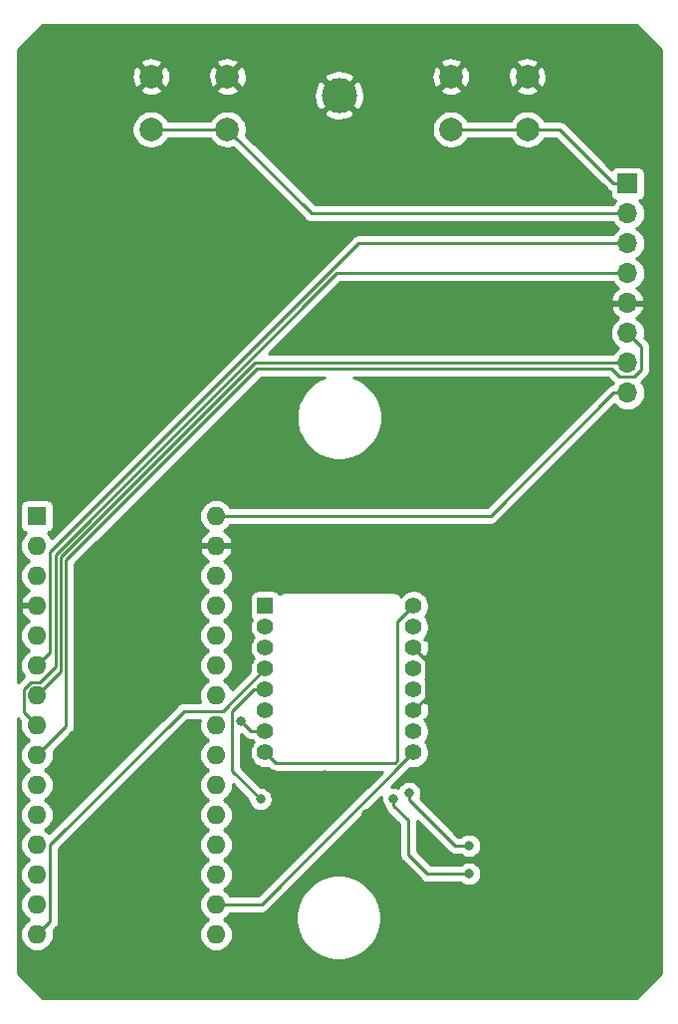
<source format=gbr>
G04 #@! TF.GenerationSoftware,KiCad,Pcbnew,(5.1.0-0)*
G04 #@! TF.CreationDate,2020-11-05T15:46:14+00:00*
G04 #@! TF.ProjectId,OpenLaserMouse,4f70656e-4c61-4736-9572-4d6f7573652e,rev?*
G04 #@! TF.SameCoordinates,Original*
G04 #@! TF.FileFunction,Copper,L2,Bot*
G04 #@! TF.FilePolarity,Positive*
%FSLAX46Y46*%
G04 Gerber Fmt 4.6, Leading zero omitted, Abs format (unit mm)*
G04 Created by KiCad (PCBNEW (5.1.0-0)) date 2020-11-05 15:46:14*
%MOMM*%
%LPD*%
G04 APERTURE LIST*
%ADD10C,3.000000*%
%ADD11O,1.600000X1.600000*%
%ADD12R,1.600000X1.600000*%
%ADD13C,2.000000*%
%ADD14O,1.700000X1.700000*%
%ADD15R,1.700000X1.700000*%
%ADD16C,1.400000*%
%ADD17R,1.400000X1.400000*%
%ADD18C,0.800000*%
%ADD19C,0.250000*%
%ADD20C,0.254000*%
G04 APERTURE END LIST*
D10*
X68000000Y-46609000D03*
D11*
X57531000Y-117919500D03*
X42291000Y-117919500D03*
X57531000Y-82359500D03*
X42291000Y-115379500D03*
X57531000Y-84899500D03*
X42291000Y-112839500D03*
X57531000Y-87439500D03*
X42291000Y-110299500D03*
X57531000Y-89979500D03*
X42291000Y-107759500D03*
X57531000Y-92519500D03*
X42291000Y-105219500D03*
X57531000Y-95059500D03*
X42291000Y-102679500D03*
X57531000Y-97599500D03*
X42291000Y-100139500D03*
X57531000Y-100139500D03*
X42291000Y-97599500D03*
X57531000Y-102679500D03*
X42291000Y-95059500D03*
X57531000Y-105219500D03*
X42291000Y-92519500D03*
X57531000Y-107759500D03*
X42291000Y-89979500D03*
X57531000Y-110299500D03*
X42291000Y-87439500D03*
X57531000Y-112839500D03*
X42291000Y-84899500D03*
X57531000Y-115379500D03*
D12*
X42291000Y-82359500D03*
D13*
X84000000Y-45000000D03*
X84000000Y-49500000D03*
X77500000Y-45000000D03*
X77500000Y-49500000D03*
X58500000Y-45000000D03*
X58500000Y-49500000D03*
X52000000Y-45000000D03*
X52000000Y-49500000D03*
D14*
X92519500Y-71882000D03*
X92519500Y-69342000D03*
X92519500Y-66802000D03*
X92519500Y-64262000D03*
X92519500Y-61722000D03*
X92519500Y-59182000D03*
X92519500Y-56642000D03*
D15*
X92519500Y-54102000D03*
D16*
X74322000Y-90000000D03*
X74322000Y-91780000D03*
X74322000Y-93560000D03*
X74322000Y-95340000D03*
X74322000Y-97120000D03*
X74322000Y-98900000D03*
X74322000Y-100680000D03*
X74322000Y-102460000D03*
X61722000Y-102460000D03*
X61722000Y-100680000D03*
X61722000Y-98900000D03*
X61722000Y-97120000D03*
X61722000Y-95340000D03*
X61722000Y-93560000D03*
X61722000Y-91780000D03*
D17*
X61722000Y-90000000D03*
D18*
X59613500Y-99763700D03*
X79058000Y-110375200D03*
X73939400Y-105918000D03*
X61315600Y-106426000D03*
X72644000Y-106426000D03*
X79044800Y-112776000D03*
X51816000Y-106680000D03*
X48006000Y-102108000D03*
X70358000Y-107696000D03*
X63246000Y-107696000D03*
X60452000Y-109982000D03*
X60452000Y-113030000D03*
X66802000Y-104394000D03*
X68072000Y-87122000D03*
X72898000Y-87122000D03*
D19*
X61722000Y-100680000D02*
X60529800Y-100680000D01*
X60529800Y-100680000D02*
X59613500Y-99763700D01*
X78492315Y-110375200D02*
X79058000Y-110375200D01*
X77830915Y-110375200D02*
X78492315Y-110375200D01*
X73939400Y-106483685D02*
X77830915Y-110375200D01*
X73939400Y-105918000D02*
X73939400Y-106483685D01*
X58888499Y-98963552D02*
X58888499Y-103998899D01*
X60732051Y-97120000D02*
X58888499Y-98963552D01*
X61722000Y-97120000D02*
X60732051Y-97120000D01*
X58888499Y-103998899D02*
X61315600Y-106426000D01*
X61315600Y-106426000D02*
X61315600Y-106426000D01*
X72644000Y-106991685D02*
X73863200Y-108210885D01*
X72644000Y-106426000D02*
X72644000Y-106991685D01*
X73863200Y-108210885D02*
X73863200Y-111125000D01*
X75514200Y-112776000D02*
X79044800Y-112776000D01*
X73863200Y-111125000D02*
X75514200Y-112776000D01*
X61722000Y-95340000D02*
X58130500Y-98931500D01*
X58130500Y-98931500D02*
X54784300Y-98931500D01*
X43416001Y-116794499D02*
X42291000Y-117919500D01*
X43416001Y-110299799D02*
X43416001Y-116794499D01*
X54784300Y-98931500D02*
X43416001Y-110299799D01*
X91853001Y-70517001D02*
X91128010Y-69792010D01*
X93083501Y-70517001D02*
X91853001Y-70517001D01*
X93694501Y-69906001D02*
X93083501Y-70517001D01*
X93694501Y-67977001D02*
X93694501Y-69906001D01*
X92519500Y-66802000D02*
X93694501Y-67977001D01*
X91128010Y-69792010D02*
X61020810Y-69792010D01*
X61020810Y-69852690D02*
X44766031Y-86107469D01*
X61020810Y-69792010D02*
X61020810Y-69852690D01*
X44766031Y-100204469D02*
X42291000Y-102679500D01*
X44766031Y-86107469D02*
X44766031Y-100204469D01*
X42291500Y-100140000D02*
X42291000Y-100139500D01*
X42291500Y-100140000D02*
X42291000Y-100140000D01*
X92519500Y-61722000D02*
X67818000Y-61722000D01*
X41165999Y-97059499D02*
X41165999Y-99014499D01*
X41750999Y-96474499D02*
X41165999Y-97059499D01*
X41165999Y-99014499D02*
X42291000Y-100139500D01*
X42541003Y-96474499D02*
X41750999Y-96474499D01*
X43866011Y-95149491D02*
X42541003Y-96474499D01*
X43866011Y-85673989D02*
X43866011Y-95149491D01*
X67818000Y-61722000D02*
X43866011Y-85673989D01*
X92519500Y-69342000D02*
X60834410Y-69342000D01*
X44316021Y-95574479D02*
X42291000Y-97599500D01*
X44316021Y-85860389D02*
X44316021Y-95574479D01*
X60834410Y-69342000D02*
X44316021Y-85860389D01*
X43416001Y-93934499D02*
X42291000Y-95059500D01*
X43416001Y-85439501D02*
X43416001Y-93934499D01*
X69673502Y-59182000D02*
X43416001Y-85439501D01*
X92519500Y-59182000D02*
X69673502Y-59182000D01*
X92519500Y-56642000D02*
X65642000Y-56642000D01*
X65642000Y-56642000D02*
X58500000Y-49500000D01*
X58500000Y-49500000D02*
X52000000Y-49500000D01*
X92519500Y-54102000D02*
X91344200Y-54102000D01*
X91344200Y-54102000D02*
X86742200Y-49500000D01*
X86742200Y-49500000D02*
X84000000Y-49500000D01*
X77500000Y-49500000D02*
X84000000Y-49500000D01*
X92519500Y-71882000D02*
X91344200Y-71882000D01*
X91344200Y-71882000D02*
X80866700Y-82359500D01*
X80866700Y-82359500D02*
X57531000Y-82359500D01*
X74322000Y-98900000D02*
X75361800Y-97860200D01*
X75361800Y-97860200D02*
X75361800Y-94599800D01*
X75361800Y-94599800D02*
X74322000Y-93560000D01*
X74322000Y-102460000D02*
X61402500Y-115379500D01*
X61402500Y-115379500D02*
X57531000Y-115379500D01*
X61722000Y-102460000D02*
X62580000Y-103318000D01*
X62580000Y-103318000D02*
X72747900Y-103318000D01*
X72747900Y-103318000D02*
X72962700Y-103103000D01*
X72962700Y-103103000D02*
X72962700Y-91359300D01*
X72962700Y-91359300D02*
X74322000Y-90000000D01*
D20*
G36*
X95340000Y-42773381D02*
G01*
X95340001Y-121226618D01*
X93226620Y-123340000D01*
X42773381Y-123340000D01*
X40660000Y-121226620D01*
X40660000Y-99583301D01*
X40890292Y-99813594D01*
X40876764Y-99858191D01*
X40849057Y-100139500D01*
X40876764Y-100420809D01*
X40958818Y-100691308D01*
X41092068Y-100940601D01*
X41271392Y-101159108D01*
X41489899Y-101338432D01*
X41622858Y-101409500D01*
X41489899Y-101480568D01*
X41271392Y-101659892D01*
X41092068Y-101878399D01*
X40958818Y-102127692D01*
X40876764Y-102398191D01*
X40849057Y-102679500D01*
X40876764Y-102960809D01*
X40958818Y-103231308D01*
X41092068Y-103480601D01*
X41271392Y-103699108D01*
X41489899Y-103878432D01*
X41622858Y-103949500D01*
X41489899Y-104020568D01*
X41271392Y-104199892D01*
X41092068Y-104418399D01*
X40958818Y-104667692D01*
X40876764Y-104938191D01*
X40849057Y-105219500D01*
X40876764Y-105500809D01*
X40958818Y-105771308D01*
X41092068Y-106020601D01*
X41271392Y-106239108D01*
X41489899Y-106418432D01*
X41622858Y-106489500D01*
X41489899Y-106560568D01*
X41271392Y-106739892D01*
X41092068Y-106958399D01*
X40958818Y-107207692D01*
X40876764Y-107478191D01*
X40849057Y-107759500D01*
X40876764Y-108040809D01*
X40958818Y-108311308D01*
X41092068Y-108560601D01*
X41271392Y-108779108D01*
X41489899Y-108958432D01*
X41622858Y-109029500D01*
X41489899Y-109100568D01*
X41271392Y-109279892D01*
X41092068Y-109498399D01*
X40958818Y-109747692D01*
X40876764Y-110018191D01*
X40849057Y-110299500D01*
X40876764Y-110580809D01*
X40958818Y-110851308D01*
X41092068Y-111100601D01*
X41271392Y-111319108D01*
X41489899Y-111498432D01*
X41622858Y-111569500D01*
X41489899Y-111640568D01*
X41271392Y-111819892D01*
X41092068Y-112038399D01*
X40958818Y-112287692D01*
X40876764Y-112558191D01*
X40849057Y-112839500D01*
X40876764Y-113120809D01*
X40958818Y-113391308D01*
X41092068Y-113640601D01*
X41271392Y-113859108D01*
X41489899Y-114038432D01*
X41622858Y-114109500D01*
X41489899Y-114180568D01*
X41271392Y-114359892D01*
X41092068Y-114578399D01*
X40958818Y-114827692D01*
X40876764Y-115098191D01*
X40849057Y-115379500D01*
X40876764Y-115660809D01*
X40958818Y-115931308D01*
X41092068Y-116180601D01*
X41271392Y-116399108D01*
X41489899Y-116578432D01*
X41622858Y-116649500D01*
X41489899Y-116720568D01*
X41271392Y-116899892D01*
X41092068Y-117118399D01*
X40958818Y-117367692D01*
X40876764Y-117638191D01*
X40849057Y-117919500D01*
X40876764Y-118200809D01*
X40958818Y-118471308D01*
X41092068Y-118720601D01*
X41271392Y-118939108D01*
X41489899Y-119118432D01*
X41739192Y-119251682D01*
X42009691Y-119333736D01*
X42220508Y-119354500D01*
X42361492Y-119354500D01*
X42572309Y-119333736D01*
X42842808Y-119251682D01*
X43092101Y-119118432D01*
X43310608Y-118939108D01*
X43489932Y-118720601D01*
X43623182Y-118471308D01*
X43705236Y-118200809D01*
X43732943Y-117919500D01*
X43705236Y-117638191D01*
X43691708Y-117593594D01*
X43927004Y-117358298D01*
X43956002Y-117334500D01*
X44050975Y-117218775D01*
X44121547Y-117086746D01*
X44165004Y-116943485D01*
X44176001Y-116831832D01*
X44176001Y-116831824D01*
X44179677Y-116794499D01*
X44176001Y-116757174D01*
X44176001Y-110614600D01*
X55099102Y-99691500D01*
X56167329Y-99691500D01*
X56116764Y-99858191D01*
X56089057Y-100139500D01*
X56116764Y-100420809D01*
X56198818Y-100691308D01*
X56332068Y-100940601D01*
X56511392Y-101159108D01*
X56729899Y-101338432D01*
X56862858Y-101409500D01*
X56729899Y-101480568D01*
X56511392Y-101659892D01*
X56332068Y-101878399D01*
X56198818Y-102127692D01*
X56116764Y-102398191D01*
X56089057Y-102679500D01*
X56116764Y-102960809D01*
X56198818Y-103231308D01*
X56332068Y-103480601D01*
X56511392Y-103699108D01*
X56729899Y-103878432D01*
X56862858Y-103949500D01*
X56729899Y-104020568D01*
X56511392Y-104199892D01*
X56332068Y-104418399D01*
X56198818Y-104667692D01*
X56116764Y-104938191D01*
X56089057Y-105219500D01*
X56116764Y-105500809D01*
X56198818Y-105771308D01*
X56332068Y-106020601D01*
X56511392Y-106239108D01*
X56729899Y-106418432D01*
X56862858Y-106489500D01*
X56729899Y-106560568D01*
X56511392Y-106739892D01*
X56332068Y-106958399D01*
X56198818Y-107207692D01*
X56116764Y-107478191D01*
X56089057Y-107759500D01*
X56116764Y-108040809D01*
X56198818Y-108311308D01*
X56332068Y-108560601D01*
X56511392Y-108779108D01*
X56729899Y-108958432D01*
X56862858Y-109029500D01*
X56729899Y-109100568D01*
X56511392Y-109279892D01*
X56332068Y-109498399D01*
X56198818Y-109747692D01*
X56116764Y-110018191D01*
X56089057Y-110299500D01*
X56116764Y-110580809D01*
X56198818Y-110851308D01*
X56332068Y-111100601D01*
X56511392Y-111319108D01*
X56729899Y-111498432D01*
X56862858Y-111569500D01*
X56729899Y-111640568D01*
X56511392Y-111819892D01*
X56332068Y-112038399D01*
X56198818Y-112287692D01*
X56116764Y-112558191D01*
X56089057Y-112839500D01*
X56116764Y-113120809D01*
X56198818Y-113391308D01*
X56332068Y-113640601D01*
X56511392Y-113859108D01*
X56729899Y-114038432D01*
X56862858Y-114109500D01*
X56729899Y-114180568D01*
X56511392Y-114359892D01*
X56332068Y-114578399D01*
X56198818Y-114827692D01*
X56116764Y-115098191D01*
X56089057Y-115379500D01*
X56116764Y-115660809D01*
X56198818Y-115931308D01*
X56332068Y-116180601D01*
X56511392Y-116399108D01*
X56729899Y-116578432D01*
X56862858Y-116649500D01*
X56729899Y-116720568D01*
X56511392Y-116899892D01*
X56332068Y-117118399D01*
X56198818Y-117367692D01*
X56116764Y-117638191D01*
X56089057Y-117919500D01*
X56116764Y-118200809D01*
X56198818Y-118471308D01*
X56332068Y-118720601D01*
X56511392Y-118939108D01*
X56729899Y-119118432D01*
X56979192Y-119251682D01*
X57249691Y-119333736D01*
X57460508Y-119354500D01*
X57601492Y-119354500D01*
X57812309Y-119333736D01*
X58082808Y-119251682D01*
X58332101Y-119118432D01*
X58550608Y-118939108D01*
X58729932Y-118720601D01*
X58863182Y-118471308D01*
X58945236Y-118200809D01*
X58972943Y-117919500D01*
X58945236Y-117638191D01*
X58863182Y-117367692D01*
X58729932Y-117118399D01*
X58550608Y-116899892D01*
X58332101Y-116720568D01*
X58199142Y-116649500D01*
X58332101Y-116578432D01*
X58550608Y-116399108D01*
X58729932Y-116180601D01*
X58751901Y-116139500D01*
X61365178Y-116139500D01*
X61402500Y-116143176D01*
X61414602Y-116141984D01*
X64310000Y-116141984D01*
X64310000Y-116858016D01*
X64449691Y-117560290D01*
X64723705Y-118221818D01*
X65121511Y-118817177D01*
X65627823Y-119323489D01*
X66223182Y-119721295D01*
X66884710Y-119995309D01*
X67586984Y-120135000D01*
X68303016Y-120135000D01*
X69005290Y-119995309D01*
X69666818Y-119721295D01*
X70262177Y-119323489D01*
X70768489Y-118817177D01*
X71166295Y-118221818D01*
X71440309Y-117560290D01*
X71580000Y-116858016D01*
X71580000Y-116141984D01*
X71440309Y-115439710D01*
X71166295Y-114778182D01*
X70768489Y-114182823D01*
X70262177Y-113676511D01*
X69666818Y-113278705D01*
X69005290Y-113004691D01*
X68303016Y-112865000D01*
X67586984Y-112865000D01*
X66884710Y-113004691D01*
X66223182Y-113278705D01*
X65627823Y-113676511D01*
X65121511Y-114182823D01*
X64723705Y-114778182D01*
X64449691Y-115439710D01*
X64310000Y-116141984D01*
X61414602Y-116141984D01*
X61439822Y-116139500D01*
X61439833Y-116139500D01*
X61551486Y-116128503D01*
X61694747Y-116085046D01*
X61826776Y-116014474D01*
X61942501Y-115919501D01*
X61966304Y-115890497D01*
X71627935Y-106228867D01*
X71609000Y-106324061D01*
X71609000Y-106527939D01*
X71648774Y-106727898D01*
X71726795Y-106916256D01*
X71840063Y-107085774D01*
X71895013Y-107140724D01*
X71938454Y-107283932D01*
X71963037Y-107329921D01*
X72009026Y-107415961D01*
X72080201Y-107502687D01*
X72104000Y-107531686D01*
X72132998Y-107555484D01*
X73103200Y-108525687D01*
X73103201Y-111087668D01*
X73099524Y-111125000D01*
X73114198Y-111273985D01*
X73157654Y-111417246D01*
X73228226Y-111549276D01*
X73295856Y-111631682D01*
X73323200Y-111665001D01*
X73352198Y-111688799D01*
X74950401Y-113287003D01*
X74974199Y-113316001D01*
X75003197Y-113339799D01*
X75089924Y-113410974D01*
X75221953Y-113481546D01*
X75365214Y-113525003D01*
X75514200Y-113539677D01*
X75551533Y-113536000D01*
X78341089Y-113536000D01*
X78385026Y-113579937D01*
X78554544Y-113693205D01*
X78742902Y-113771226D01*
X78942861Y-113811000D01*
X79146739Y-113811000D01*
X79346698Y-113771226D01*
X79535056Y-113693205D01*
X79704574Y-113579937D01*
X79848737Y-113435774D01*
X79962005Y-113266256D01*
X80040026Y-113077898D01*
X80079800Y-112877939D01*
X80079800Y-112674061D01*
X80040026Y-112474102D01*
X79962005Y-112285744D01*
X79848737Y-112116226D01*
X79704574Y-111972063D01*
X79535056Y-111858795D01*
X79346698Y-111780774D01*
X79146739Y-111741000D01*
X78942861Y-111741000D01*
X78742902Y-111780774D01*
X78554544Y-111858795D01*
X78385026Y-111972063D01*
X78341089Y-112016000D01*
X75829002Y-112016000D01*
X74623200Y-110810199D01*
X74623200Y-108248207D01*
X74623731Y-108242817D01*
X77267116Y-110886203D01*
X77290914Y-110915201D01*
X77406639Y-111010174D01*
X77538668Y-111080746D01*
X77681929Y-111124203D01*
X77793582Y-111135200D01*
X77793591Y-111135200D01*
X77830914Y-111138876D01*
X77868237Y-111135200D01*
X78354289Y-111135200D01*
X78398226Y-111179137D01*
X78567744Y-111292405D01*
X78756102Y-111370426D01*
X78956061Y-111410200D01*
X79159939Y-111410200D01*
X79359898Y-111370426D01*
X79548256Y-111292405D01*
X79717774Y-111179137D01*
X79861937Y-111034974D01*
X79975205Y-110865456D01*
X80053226Y-110677098D01*
X80093000Y-110477139D01*
X80093000Y-110273261D01*
X80053226Y-110073302D01*
X79975205Y-109884944D01*
X79861937Y-109715426D01*
X79717774Y-109571263D01*
X79548256Y-109457995D01*
X79359898Y-109379974D01*
X79159939Y-109340200D01*
X78956061Y-109340200D01*
X78756102Y-109379974D01*
X78567744Y-109457995D01*
X78398226Y-109571263D01*
X78354289Y-109615200D01*
X78145717Y-109615200D01*
X74880671Y-106350155D01*
X74934626Y-106219898D01*
X74974400Y-106019939D01*
X74974400Y-105816061D01*
X74934626Y-105616102D01*
X74856605Y-105427744D01*
X74743337Y-105258226D01*
X74599174Y-105114063D01*
X74429656Y-105000795D01*
X74241298Y-104922774D01*
X74041339Y-104883000D01*
X73837461Y-104883000D01*
X73637502Y-104922774D01*
X73449144Y-105000795D01*
X73279626Y-105114063D01*
X73135463Y-105258226D01*
X73022195Y-105427744D01*
X73009950Y-105457305D01*
X72945898Y-105430774D01*
X72745939Y-105391000D01*
X72542061Y-105391000D01*
X72446867Y-105409935D01*
X74083157Y-103773645D01*
X74190514Y-103795000D01*
X74453486Y-103795000D01*
X74711405Y-103743696D01*
X74954359Y-103643061D01*
X75173013Y-103496962D01*
X75358962Y-103311013D01*
X75505061Y-103092359D01*
X75605696Y-102849405D01*
X75657000Y-102591486D01*
X75657000Y-102328514D01*
X75605696Y-102070595D01*
X75505061Y-101827641D01*
X75358962Y-101608987D01*
X75319975Y-101570000D01*
X75358962Y-101531013D01*
X75505061Y-101312359D01*
X75605696Y-101069405D01*
X75657000Y-100811486D01*
X75657000Y-100548514D01*
X75605696Y-100290595D01*
X75505061Y-100047641D01*
X75358962Y-99828987D01*
X75324109Y-99794134D01*
X75359925Y-99758317D01*
X75243271Y-99641663D01*
X75477037Y-99582203D01*
X75587934Y-99343758D01*
X75650183Y-99088260D01*
X75661390Y-98825527D01*
X75621125Y-98565656D01*
X75530935Y-98318634D01*
X75477037Y-98217797D01*
X75243271Y-98158337D01*
X75359925Y-98041683D01*
X75324109Y-98005867D01*
X75358962Y-97971013D01*
X75505061Y-97752359D01*
X75605696Y-97509405D01*
X75657000Y-97251486D01*
X75657000Y-96988514D01*
X75605696Y-96730595D01*
X75505061Y-96487641D01*
X75358962Y-96268987D01*
X75319975Y-96230000D01*
X75358962Y-96191013D01*
X75505061Y-95972359D01*
X75605696Y-95729405D01*
X75657000Y-95471486D01*
X75657000Y-95208514D01*
X75605696Y-94950595D01*
X75505061Y-94707641D01*
X75358962Y-94488987D01*
X75324109Y-94454134D01*
X75359925Y-94418317D01*
X75243271Y-94301663D01*
X75477037Y-94242203D01*
X75587934Y-94003758D01*
X75650183Y-93748260D01*
X75661390Y-93485527D01*
X75621125Y-93225656D01*
X75530935Y-92978634D01*
X75477037Y-92877797D01*
X75243271Y-92818337D01*
X75359925Y-92701683D01*
X75324109Y-92665867D01*
X75358962Y-92631013D01*
X75505061Y-92412359D01*
X75605696Y-92169405D01*
X75657000Y-91911486D01*
X75657000Y-91648514D01*
X75605696Y-91390595D01*
X75505061Y-91147641D01*
X75358962Y-90928987D01*
X75319975Y-90890000D01*
X75358962Y-90851013D01*
X75505061Y-90632359D01*
X75605696Y-90389405D01*
X75657000Y-90131486D01*
X75657000Y-89868514D01*
X75605696Y-89610595D01*
X75505061Y-89367641D01*
X75358962Y-89148987D01*
X75173013Y-88963038D01*
X74954359Y-88816939D01*
X74711405Y-88716304D01*
X74453486Y-88665000D01*
X74190514Y-88665000D01*
X73932595Y-88716304D01*
X73689641Y-88816939D01*
X73470987Y-88963038D01*
X73285038Y-89148987D01*
X73259705Y-89186901D01*
X73215200Y-89103637D01*
X73126475Y-88995525D01*
X73018363Y-88906800D01*
X72895020Y-88840872D01*
X72761184Y-88800273D01*
X72656877Y-88790000D01*
X72622000Y-88786565D01*
X72587123Y-88790000D01*
X63456877Y-88790000D01*
X63422000Y-88786565D01*
X63387123Y-88790000D01*
X63282816Y-88800273D01*
X63148980Y-88840872D01*
X63025637Y-88906800D01*
X62960445Y-88960301D01*
X62952537Y-88945506D01*
X62873185Y-88848815D01*
X62776494Y-88769463D01*
X62666180Y-88710498D01*
X62546482Y-88674188D01*
X62422000Y-88661928D01*
X61022000Y-88661928D01*
X60897518Y-88674188D01*
X60777820Y-88710498D01*
X60667506Y-88769463D01*
X60570815Y-88848815D01*
X60491463Y-88945506D01*
X60432498Y-89055820D01*
X60396188Y-89175518D01*
X60383928Y-89300000D01*
X60383928Y-90700000D01*
X60396188Y-90824482D01*
X60432498Y-90944180D01*
X60491463Y-91054494D01*
X60551939Y-91128185D01*
X60538939Y-91147641D01*
X60438304Y-91390595D01*
X60387000Y-91648514D01*
X60387000Y-91911486D01*
X60438304Y-92169405D01*
X60538939Y-92412359D01*
X60685038Y-92631013D01*
X60724025Y-92670000D01*
X60685038Y-92708987D01*
X60538939Y-92927641D01*
X60438304Y-93170595D01*
X60387000Y-93428514D01*
X60387000Y-93691486D01*
X60438304Y-93949405D01*
X60538939Y-94192359D01*
X60685038Y-94411013D01*
X60724025Y-94450000D01*
X60685038Y-94488987D01*
X60538939Y-94707641D01*
X60438304Y-94950595D01*
X60387000Y-95208514D01*
X60387000Y-95471486D01*
X60408355Y-95578843D01*
X58880946Y-97106253D01*
X58863182Y-97047692D01*
X58729932Y-96798399D01*
X58550608Y-96579892D01*
X58332101Y-96400568D01*
X58199142Y-96329500D01*
X58332101Y-96258432D01*
X58550608Y-96079108D01*
X58729932Y-95860601D01*
X58863182Y-95611308D01*
X58945236Y-95340809D01*
X58972943Y-95059500D01*
X58945236Y-94778191D01*
X58863182Y-94507692D01*
X58729932Y-94258399D01*
X58550608Y-94039892D01*
X58332101Y-93860568D01*
X58199142Y-93789500D01*
X58332101Y-93718432D01*
X58550608Y-93539108D01*
X58729932Y-93320601D01*
X58863182Y-93071308D01*
X58945236Y-92800809D01*
X58972943Y-92519500D01*
X58945236Y-92238191D01*
X58863182Y-91967692D01*
X58729932Y-91718399D01*
X58550608Y-91499892D01*
X58332101Y-91320568D01*
X58199142Y-91249500D01*
X58332101Y-91178432D01*
X58550608Y-90999108D01*
X58729932Y-90780601D01*
X58863182Y-90531308D01*
X58945236Y-90260809D01*
X58972943Y-89979500D01*
X58945236Y-89698191D01*
X58863182Y-89427692D01*
X58729932Y-89178399D01*
X58550608Y-88959892D01*
X58332101Y-88780568D01*
X58199142Y-88709500D01*
X58332101Y-88638432D01*
X58550608Y-88459108D01*
X58729932Y-88240601D01*
X58863182Y-87991308D01*
X58945236Y-87720809D01*
X58972943Y-87439500D01*
X58945236Y-87158191D01*
X58863182Y-86887692D01*
X58729932Y-86638399D01*
X58550608Y-86419892D01*
X58332101Y-86240568D01*
X58194318Y-86166921D01*
X58386131Y-86051885D01*
X58594519Y-85862914D01*
X58762037Y-85636920D01*
X58882246Y-85382587D01*
X58922904Y-85248539D01*
X58800915Y-85026500D01*
X57658000Y-85026500D01*
X57658000Y-85046500D01*
X57404000Y-85046500D01*
X57404000Y-85026500D01*
X56261085Y-85026500D01*
X56139096Y-85248539D01*
X56179754Y-85382587D01*
X56299963Y-85636920D01*
X56467481Y-85862914D01*
X56675869Y-86051885D01*
X56867682Y-86166921D01*
X56729899Y-86240568D01*
X56511392Y-86419892D01*
X56332068Y-86638399D01*
X56198818Y-86887692D01*
X56116764Y-87158191D01*
X56089057Y-87439500D01*
X56116764Y-87720809D01*
X56198818Y-87991308D01*
X56332068Y-88240601D01*
X56511392Y-88459108D01*
X56729899Y-88638432D01*
X56862858Y-88709500D01*
X56729899Y-88780568D01*
X56511392Y-88959892D01*
X56332068Y-89178399D01*
X56198818Y-89427692D01*
X56116764Y-89698191D01*
X56089057Y-89979500D01*
X56116764Y-90260809D01*
X56198818Y-90531308D01*
X56332068Y-90780601D01*
X56511392Y-90999108D01*
X56729899Y-91178432D01*
X56862858Y-91249500D01*
X56729899Y-91320568D01*
X56511392Y-91499892D01*
X56332068Y-91718399D01*
X56198818Y-91967692D01*
X56116764Y-92238191D01*
X56089057Y-92519500D01*
X56116764Y-92800809D01*
X56198818Y-93071308D01*
X56332068Y-93320601D01*
X56511392Y-93539108D01*
X56729899Y-93718432D01*
X56862858Y-93789500D01*
X56729899Y-93860568D01*
X56511392Y-94039892D01*
X56332068Y-94258399D01*
X56198818Y-94507692D01*
X56116764Y-94778191D01*
X56089057Y-95059500D01*
X56116764Y-95340809D01*
X56198818Y-95611308D01*
X56332068Y-95860601D01*
X56511392Y-96079108D01*
X56729899Y-96258432D01*
X56862858Y-96329500D01*
X56729899Y-96400568D01*
X56511392Y-96579892D01*
X56332068Y-96798399D01*
X56198818Y-97047692D01*
X56116764Y-97318191D01*
X56089057Y-97599500D01*
X56116764Y-97880809D01*
X56198818Y-98151308D01*
X56209611Y-98171500D01*
X54821633Y-98171500D01*
X54784300Y-98167823D01*
X54746967Y-98171500D01*
X54635314Y-98182497D01*
X54492053Y-98225954D01*
X54360024Y-98296526D01*
X54244299Y-98391499D01*
X54220501Y-98420497D01*
X43333371Y-109307628D01*
X43310608Y-109279892D01*
X43092101Y-109100568D01*
X42959142Y-109029500D01*
X43092101Y-108958432D01*
X43310608Y-108779108D01*
X43489932Y-108560601D01*
X43623182Y-108311308D01*
X43705236Y-108040809D01*
X43732943Y-107759500D01*
X43705236Y-107478191D01*
X43623182Y-107207692D01*
X43489932Y-106958399D01*
X43310608Y-106739892D01*
X43092101Y-106560568D01*
X42959142Y-106489500D01*
X43092101Y-106418432D01*
X43310608Y-106239108D01*
X43489932Y-106020601D01*
X43623182Y-105771308D01*
X43705236Y-105500809D01*
X43732943Y-105219500D01*
X43705236Y-104938191D01*
X43623182Y-104667692D01*
X43489932Y-104418399D01*
X43310608Y-104199892D01*
X43092101Y-104020568D01*
X42959142Y-103949500D01*
X43092101Y-103878432D01*
X43310608Y-103699108D01*
X43489932Y-103480601D01*
X43623182Y-103231308D01*
X43705236Y-102960809D01*
X43732943Y-102679500D01*
X43705236Y-102398191D01*
X43691708Y-102353594D01*
X45277039Y-100768264D01*
X45306032Y-100744470D01*
X45329826Y-100715477D01*
X45329830Y-100715473D01*
X45401004Y-100628746D01*
X45433668Y-100567637D01*
X45471577Y-100496716D01*
X45515034Y-100353455D01*
X45526031Y-100241802D01*
X45526031Y-100241793D01*
X45529707Y-100204470D01*
X45526031Y-100167147D01*
X45526031Y-86422270D01*
X61396292Y-70552010D01*
X66779652Y-70552010D01*
X66286682Y-70756205D01*
X65691323Y-71154011D01*
X65185011Y-71660323D01*
X64787205Y-72255682D01*
X64513191Y-72917210D01*
X64373500Y-73619484D01*
X64373500Y-74335516D01*
X64513191Y-75037790D01*
X64787205Y-75699318D01*
X65185011Y-76294677D01*
X65691323Y-76800989D01*
X66286682Y-77198795D01*
X66948210Y-77472809D01*
X67650484Y-77612500D01*
X68366516Y-77612500D01*
X69068790Y-77472809D01*
X69730318Y-77198795D01*
X70325677Y-76800989D01*
X70831989Y-76294677D01*
X71229795Y-75699318D01*
X71503809Y-75037790D01*
X71643500Y-74335516D01*
X71643500Y-73619484D01*
X71503809Y-72917210D01*
X71229795Y-72255682D01*
X70831989Y-71660323D01*
X70325677Y-71154011D01*
X69730318Y-70756205D01*
X69237348Y-70552010D01*
X90813209Y-70552010D01*
X91289202Y-71028003D01*
X91294249Y-71034154D01*
X91278794Y-71052986D01*
X91238295Y-71128754D01*
X91195214Y-71132997D01*
X91051953Y-71176454D01*
X90919924Y-71247026D01*
X90804199Y-71341999D01*
X90780401Y-71370997D01*
X80551899Y-81599500D01*
X58751901Y-81599500D01*
X58729932Y-81558399D01*
X58550608Y-81339892D01*
X58332101Y-81160568D01*
X58082808Y-81027318D01*
X57812309Y-80945264D01*
X57601492Y-80924500D01*
X57460508Y-80924500D01*
X57249691Y-80945264D01*
X56979192Y-81027318D01*
X56729899Y-81160568D01*
X56511392Y-81339892D01*
X56332068Y-81558399D01*
X56198818Y-81807692D01*
X56116764Y-82078191D01*
X56089057Y-82359500D01*
X56116764Y-82640809D01*
X56198818Y-82911308D01*
X56332068Y-83160601D01*
X56511392Y-83379108D01*
X56729899Y-83558432D01*
X56867682Y-83632079D01*
X56675869Y-83747115D01*
X56467481Y-83936086D01*
X56299963Y-84162080D01*
X56179754Y-84416413D01*
X56139096Y-84550461D01*
X56261085Y-84772500D01*
X57404000Y-84772500D01*
X57404000Y-84752500D01*
X57658000Y-84752500D01*
X57658000Y-84772500D01*
X58800915Y-84772500D01*
X58922904Y-84550461D01*
X58882246Y-84416413D01*
X58762037Y-84162080D01*
X58594519Y-83936086D01*
X58386131Y-83747115D01*
X58194318Y-83632079D01*
X58332101Y-83558432D01*
X58550608Y-83379108D01*
X58729932Y-83160601D01*
X58751901Y-83119500D01*
X80829378Y-83119500D01*
X80866700Y-83123176D01*
X80904022Y-83119500D01*
X80904033Y-83119500D01*
X81015686Y-83108503D01*
X81158947Y-83065046D01*
X81290976Y-82994474D01*
X81406701Y-82899501D01*
X81430504Y-82870497D01*
X91419066Y-72881936D01*
X91464366Y-72937134D01*
X91690486Y-73122706D01*
X91948466Y-73260599D01*
X92228389Y-73345513D01*
X92446550Y-73367000D01*
X92592450Y-73367000D01*
X92810611Y-73345513D01*
X93090534Y-73260599D01*
X93348514Y-73122706D01*
X93574634Y-72937134D01*
X93760206Y-72711014D01*
X93898099Y-72453034D01*
X93983013Y-72173111D01*
X94011685Y-71882000D01*
X93983013Y-71590889D01*
X93898099Y-71310966D01*
X93760206Y-71052986D01*
X93698052Y-70977251D01*
X94205509Y-70469796D01*
X94234502Y-70446002D01*
X94258296Y-70417009D01*
X94258300Y-70417005D01*
X94329474Y-70330278D01*
X94329475Y-70330277D01*
X94400047Y-70198248D01*
X94443504Y-70054987D01*
X94454501Y-69943334D01*
X94454501Y-69943325D01*
X94458177Y-69906002D01*
X94454501Y-69868679D01*
X94454501Y-68014323D01*
X94458177Y-67977000D01*
X94454501Y-67939677D01*
X94454501Y-67939668D01*
X94443504Y-67828015D01*
X94400047Y-67684754D01*
X94329475Y-67552725D01*
X94234502Y-67437000D01*
X94205505Y-67413203D01*
X93960297Y-67167995D01*
X93983013Y-67093111D01*
X94011685Y-66802000D01*
X93983013Y-66510889D01*
X93898099Y-66230966D01*
X93760206Y-65972986D01*
X93574634Y-65746866D01*
X93348514Y-65561294D01*
X93283977Y-65526799D01*
X93400855Y-65457178D01*
X93617088Y-65262269D01*
X93791141Y-65028920D01*
X93916325Y-64766099D01*
X93960976Y-64618890D01*
X93839655Y-64389000D01*
X92646500Y-64389000D01*
X92646500Y-64409000D01*
X92392500Y-64409000D01*
X92392500Y-64389000D01*
X91199345Y-64389000D01*
X91078024Y-64618890D01*
X91122675Y-64766099D01*
X91247859Y-65028920D01*
X91421912Y-65262269D01*
X91638145Y-65457178D01*
X91755023Y-65526799D01*
X91690486Y-65561294D01*
X91464366Y-65746866D01*
X91278794Y-65972986D01*
X91140901Y-66230966D01*
X91055987Y-66510889D01*
X91027315Y-66802000D01*
X91055987Y-67093111D01*
X91140901Y-67373034D01*
X91278794Y-67631014D01*
X91464366Y-67857134D01*
X91690486Y-68042706D01*
X91745291Y-68072000D01*
X91690486Y-68101294D01*
X91464366Y-68286866D01*
X91278794Y-68512986D01*
X91241905Y-68582000D01*
X62032802Y-68582000D01*
X68132802Y-62482000D01*
X91241905Y-62482000D01*
X91278794Y-62551014D01*
X91464366Y-62777134D01*
X91690486Y-62962706D01*
X91755023Y-62997201D01*
X91638145Y-63066822D01*
X91421912Y-63261731D01*
X91247859Y-63495080D01*
X91122675Y-63757901D01*
X91078024Y-63905110D01*
X91199345Y-64135000D01*
X92392500Y-64135000D01*
X92392500Y-64115000D01*
X92646500Y-64115000D01*
X92646500Y-64135000D01*
X93839655Y-64135000D01*
X93960976Y-63905110D01*
X93916325Y-63757901D01*
X93791141Y-63495080D01*
X93617088Y-63261731D01*
X93400855Y-63066822D01*
X93283977Y-62997201D01*
X93348514Y-62962706D01*
X93574634Y-62777134D01*
X93760206Y-62551014D01*
X93898099Y-62293034D01*
X93983013Y-62013111D01*
X94011685Y-61722000D01*
X93983013Y-61430889D01*
X93898099Y-61150966D01*
X93760206Y-60892986D01*
X93574634Y-60666866D01*
X93348514Y-60481294D01*
X93293709Y-60452000D01*
X93348514Y-60422706D01*
X93574634Y-60237134D01*
X93760206Y-60011014D01*
X93898099Y-59753034D01*
X93983013Y-59473111D01*
X94011685Y-59182000D01*
X93983013Y-58890889D01*
X93898099Y-58610966D01*
X93760206Y-58352986D01*
X93574634Y-58126866D01*
X93348514Y-57941294D01*
X93293709Y-57912000D01*
X93348514Y-57882706D01*
X93574634Y-57697134D01*
X93760206Y-57471014D01*
X93898099Y-57213034D01*
X93983013Y-56933111D01*
X94011685Y-56642000D01*
X93983013Y-56350889D01*
X93898099Y-56070966D01*
X93760206Y-55812986D01*
X93574634Y-55586866D01*
X93544813Y-55562393D01*
X93613680Y-55541502D01*
X93723994Y-55482537D01*
X93820685Y-55403185D01*
X93900037Y-55306494D01*
X93959002Y-55196180D01*
X93995312Y-55076482D01*
X94007572Y-54952000D01*
X94007572Y-53252000D01*
X93995312Y-53127518D01*
X93959002Y-53007820D01*
X93900037Y-52897506D01*
X93820685Y-52800815D01*
X93723994Y-52721463D01*
X93613680Y-52662498D01*
X93493982Y-52626188D01*
X93369500Y-52613928D01*
X91669500Y-52613928D01*
X91545018Y-52626188D01*
X91425320Y-52662498D01*
X91315006Y-52721463D01*
X91218315Y-52800815D01*
X91173015Y-52856013D01*
X87306004Y-48989003D01*
X87282201Y-48959999D01*
X87166476Y-48865026D01*
X87034447Y-48794454D01*
X86891186Y-48750997D01*
X86779533Y-48740000D01*
X86779522Y-48740000D01*
X86742200Y-48736324D01*
X86704878Y-48740000D01*
X85454909Y-48740000D01*
X85448918Y-48725537D01*
X85269987Y-48457748D01*
X85042252Y-48230013D01*
X84774463Y-48051082D01*
X84476912Y-47927832D01*
X84161033Y-47865000D01*
X83838967Y-47865000D01*
X83523088Y-47927832D01*
X83225537Y-48051082D01*
X82957748Y-48230013D01*
X82730013Y-48457748D01*
X82551082Y-48725537D01*
X82545091Y-48740000D01*
X78954909Y-48740000D01*
X78948918Y-48725537D01*
X78769987Y-48457748D01*
X78542252Y-48230013D01*
X78274463Y-48051082D01*
X77976912Y-47927832D01*
X77661033Y-47865000D01*
X77338967Y-47865000D01*
X77023088Y-47927832D01*
X76725537Y-48051082D01*
X76457748Y-48230013D01*
X76230013Y-48457748D01*
X76051082Y-48725537D01*
X75927832Y-49023088D01*
X75865000Y-49338967D01*
X75865000Y-49661033D01*
X75927832Y-49976912D01*
X76051082Y-50274463D01*
X76230013Y-50542252D01*
X76457748Y-50769987D01*
X76725537Y-50948918D01*
X77023088Y-51072168D01*
X77338967Y-51135000D01*
X77661033Y-51135000D01*
X77976912Y-51072168D01*
X78274463Y-50948918D01*
X78542252Y-50769987D01*
X78769987Y-50542252D01*
X78948918Y-50274463D01*
X78954909Y-50260000D01*
X82545091Y-50260000D01*
X82551082Y-50274463D01*
X82730013Y-50542252D01*
X82957748Y-50769987D01*
X83225537Y-50948918D01*
X83523088Y-51072168D01*
X83838967Y-51135000D01*
X84161033Y-51135000D01*
X84476912Y-51072168D01*
X84774463Y-50948918D01*
X85042252Y-50769987D01*
X85269987Y-50542252D01*
X85448918Y-50274463D01*
X85454909Y-50260000D01*
X86427399Y-50260000D01*
X90780401Y-54613003D01*
X90804199Y-54642001D01*
X90919924Y-54736974D01*
X91031428Y-54796575D01*
X91031428Y-54952000D01*
X91043688Y-55076482D01*
X91079998Y-55196180D01*
X91138963Y-55306494D01*
X91218315Y-55403185D01*
X91315006Y-55482537D01*
X91425320Y-55541502D01*
X91494187Y-55562393D01*
X91464366Y-55586866D01*
X91278794Y-55812986D01*
X91241905Y-55882000D01*
X65956802Y-55882000D01*
X60066177Y-49991376D01*
X60072168Y-49976912D01*
X60135000Y-49661033D01*
X60135000Y-49338967D01*
X60072168Y-49023088D01*
X59948918Y-48725537D01*
X59769987Y-48457748D01*
X59542252Y-48230013D01*
X59348652Y-48100653D01*
X66687952Y-48100653D01*
X66843962Y-48416214D01*
X67218745Y-48607020D01*
X67623551Y-48721044D01*
X68042824Y-48753902D01*
X68460451Y-48704334D01*
X68860383Y-48574243D01*
X69156038Y-48416214D01*
X69312048Y-48100653D01*
X68000000Y-46788605D01*
X66687952Y-48100653D01*
X59348652Y-48100653D01*
X59274463Y-48051082D01*
X58976912Y-47927832D01*
X58661033Y-47865000D01*
X58338967Y-47865000D01*
X58023088Y-47927832D01*
X57725537Y-48051082D01*
X57457748Y-48230013D01*
X57230013Y-48457748D01*
X57051082Y-48725537D01*
X57045091Y-48740000D01*
X53454909Y-48740000D01*
X53448918Y-48725537D01*
X53269987Y-48457748D01*
X53042252Y-48230013D01*
X52774463Y-48051082D01*
X52476912Y-47927832D01*
X52161033Y-47865000D01*
X51838967Y-47865000D01*
X51523088Y-47927832D01*
X51225537Y-48051082D01*
X50957748Y-48230013D01*
X50730013Y-48457748D01*
X50551082Y-48725537D01*
X50427832Y-49023088D01*
X50365000Y-49338967D01*
X50365000Y-49661033D01*
X50427832Y-49976912D01*
X50551082Y-50274463D01*
X50730013Y-50542252D01*
X50957748Y-50769987D01*
X51225537Y-50948918D01*
X51523088Y-51072168D01*
X51838967Y-51135000D01*
X52161033Y-51135000D01*
X52476912Y-51072168D01*
X52774463Y-50948918D01*
X53042252Y-50769987D01*
X53269987Y-50542252D01*
X53448918Y-50274463D01*
X53454909Y-50260000D01*
X57045091Y-50260000D01*
X57051082Y-50274463D01*
X57230013Y-50542252D01*
X57457748Y-50769987D01*
X57725537Y-50948918D01*
X58023088Y-51072168D01*
X58338967Y-51135000D01*
X58661033Y-51135000D01*
X58976912Y-51072168D01*
X58991376Y-51066177D01*
X65078201Y-57153003D01*
X65101999Y-57182001D01*
X65217724Y-57276974D01*
X65349753Y-57347546D01*
X65493014Y-57391003D01*
X65604667Y-57402000D01*
X65604676Y-57402000D01*
X65641999Y-57405676D01*
X65679322Y-57402000D01*
X91241905Y-57402000D01*
X91278794Y-57471014D01*
X91464366Y-57697134D01*
X91690486Y-57882706D01*
X91745291Y-57912000D01*
X91690486Y-57941294D01*
X91464366Y-58126866D01*
X91278794Y-58352986D01*
X91241905Y-58422000D01*
X69710824Y-58422000D01*
X69673501Y-58418324D01*
X69636178Y-58422000D01*
X69636169Y-58422000D01*
X69524516Y-58432997D01*
X69381255Y-58476454D01*
X69249225Y-58547026D01*
X69171315Y-58610966D01*
X69133501Y-58641999D01*
X69109703Y-58670997D01*
X43556940Y-84223761D01*
X43489932Y-84098399D01*
X43310608Y-83879892D01*
X43197518Y-83787081D01*
X43215482Y-83785312D01*
X43335180Y-83749002D01*
X43445494Y-83690037D01*
X43542185Y-83610685D01*
X43621537Y-83513994D01*
X43680502Y-83403680D01*
X43716812Y-83283982D01*
X43729072Y-83159500D01*
X43729072Y-81559500D01*
X43716812Y-81435018D01*
X43680502Y-81315320D01*
X43621537Y-81205006D01*
X43542185Y-81108315D01*
X43445494Y-81028963D01*
X43335180Y-80969998D01*
X43215482Y-80933688D01*
X43091000Y-80921428D01*
X41491000Y-80921428D01*
X41366518Y-80933688D01*
X41246820Y-80969998D01*
X41136506Y-81028963D01*
X41039815Y-81108315D01*
X40960463Y-81205006D01*
X40901498Y-81315320D01*
X40865188Y-81435018D01*
X40852928Y-81559500D01*
X40852928Y-83159500D01*
X40865188Y-83283982D01*
X40901498Y-83403680D01*
X40960463Y-83513994D01*
X41039815Y-83610685D01*
X41136506Y-83690037D01*
X41246820Y-83749002D01*
X41366518Y-83785312D01*
X41384482Y-83787081D01*
X41271392Y-83879892D01*
X41092068Y-84098399D01*
X40958818Y-84347692D01*
X40876764Y-84618191D01*
X40849057Y-84899500D01*
X40876764Y-85180809D01*
X40958818Y-85451308D01*
X41092068Y-85700601D01*
X41271392Y-85919108D01*
X41489899Y-86098432D01*
X41622858Y-86169500D01*
X41489899Y-86240568D01*
X41271392Y-86419892D01*
X41092068Y-86638399D01*
X40958818Y-86887692D01*
X40876764Y-87158191D01*
X40849057Y-87439500D01*
X40876764Y-87720809D01*
X40958818Y-87991308D01*
X41092068Y-88240601D01*
X41271392Y-88459108D01*
X41489899Y-88638432D01*
X41627682Y-88712079D01*
X41435869Y-88827115D01*
X41227481Y-89016086D01*
X41059963Y-89242080D01*
X40939754Y-89496413D01*
X40899096Y-89630461D01*
X41021085Y-89852500D01*
X42164000Y-89852500D01*
X42164000Y-89832500D01*
X42418000Y-89832500D01*
X42418000Y-89852500D01*
X42438000Y-89852500D01*
X42438000Y-90106500D01*
X42418000Y-90106500D01*
X42418000Y-90126500D01*
X42164000Y-90126500D01*
X42164000Y-90106500D01*
X41021085Y-90106500D01*
X40899096Y-90328539D01*
X40939754Y-90462587D01*
X41059963Y-90716920D01*
X41227481Y-90942914D01*
X41435869Y-91131885D01*
X41627682Y-91246921D01*
X41489899Y-91320568D01*
X41271392Y-91499892D01*
X41092068Y-91718399D01*
X40958818Y-91967692D01*
X40876764Y-92238191D01*
X40849057Y-92519500D01*
X40876764Y-92800809D01*
X40958818Y-93071308D01*
X41092068Y-93320601D01*
X41271392Y-93539108D01*
X41489899Y-93718432D01*
X41622858Y-93789500D01*
X41489899Y-93860568D01*
X41271392Y-94039892D01*
X41092068Y-94258399D01*
X40958818Y-94507692D01*
X40876764Y-94778191D01*
X40849057Y-95059500D01*
X40876764Y-95340809D01*
X40958818Y-95611308D01*
X41092068Y-95860601D01*
X41181330Y-95969367D01*
X40660000Y-96490697D01*
X40660000Y-46651824D01*
X65855098Y-46651824D01*
X65904666Y-47069451D01*
X66034757Y-47469383D01*
X66192786Y-47765038D01*
X66508347Y-47921048D01*
X67820395Y-46609000D01*
X68179605Y-46609000D01*
X69491653Y-47921048D01*
X69807214Y-47765038D01*
X69998020Y-47390255D01*
X70112044Y-46985449D01*
X70144902Y-46566176D01*
X70095334Y-46148549D01*
X70091062Y-46135413D01*
X76544192Y-46135413D01*
X76639956Y-46399814D01*
X76929571Y-46540704D01*
X77241108Y-46622384D01*
X77562595Y-46641718D01*
X77881675Y-46597961D01*
X78186088Y-46492795D01*
X78360044Y-46399814D01*
X78455808Y-46135413D01*
X83044192Y-46135413D01*
X83139956Y-46399814D01*
X83429571Y-46540704D01*
X83741108Y-46622384D01*
X84062595Y-46641718D01*
X84381675Y-46597961D01*
X84686088Y-46492795D01*
X84860044Y-46399814D01*
X84955808Y-46135413D01*
X84000000Y-45179605D01*
X83044192Y-46135413D01*
X78455808Y-46135413D01*
X77500000Y-45179605D01*
X76544192Y-46135413D01*
X70091062Y-46135413D01*
X69965243Y-45748617D01*
X69807214Y-45452962D01*
X69491653Y-45296952D01*
X68179605Y-46609000D01*
X67820395Y-46609000D01*
X66508347Y-45296952D01*
X66192786Y-45452962D01*
X66001980Y-45827745D01*
X65887956Y-46232551D01*
X65855098Y-46651824D01*
X40660000Y-46651824D01*
X40660000Y-46135413D01*
X51044192Y-46135413D01*
X51139956Y-46399814D01*
X51429571Y-46540704D01*
X51741108Y-46622384D01*
X52062595Y-46641718D01*
X52381675Y-46597961D01*
X52686088Y-46492795D01*
X52860044Y-46399814D01*
X52955808Y-46135413D01*
X57544192Y-46135413D01*
X57639956Y-46399814D01*
X57929571Y-46540704D01*
X58241108Y-46622384D01*
X58562595Y-46641718D01*
X58881675Y-46597961D01*
X59186088Y-46492795D01*
X59360044Y-46399814D01*
X59455808Y-46135413D01*
X58500000Y-45179605D01*
X57544192Y-46135413D01*
X52955808Y-46135413D01*
X52000000Y-45179605D01*
X51044192Y-46135413D01*
X40660000Y-46135413D01*
X40660000Y-45062595D01*
X50358282Y-45062595D01*
X50402039Y-45381675D01*
X50507205Y-45686088D01*
X50600186Y-45860044D01*
X50864587Y-45955808D01*
X51820395Y-45000000D01*
X52179605Y-45000000D01*
X53135413Y-45955808D01*
X53399814Y-45860044D01*
X53540704Y-45570429D01*
X53622384Y-45258892D01*
X53634189Y-45062595D01*
X56858282Y-45062595D01*
X56902039Y-45381675D01*
X57007205Y-45686088D01*
X57100186Y-45860044D01*
X57364587Y-45955808D01*
X58320395Y-45000000D01*
X58679605Y-45000000D01*
X59635413Y-45955808D01*
X59899814Y-45860044D01*
X60040704Y-45570429D01*
X60122384Y-45258892D01*
X60130896Y-45117347D01*
X66687952Y-45117347D01*
X68000000Y-46429395D01*
X69312048Y-45117347D01*
X69284980Y-45062595D01*
X75858282Y-45062595D01*
X75902039Y-45381675D01*
X76007205Y-45686088D01*
X76100186Y-45860044D01*
X76364587Y-45955808D01*
X77320395Y-45000000D01*
X77679605Y-45000000D01*
X78635413Y-45955808D01*
X78899814Y-45860044D01*
X79040704Y-45570429D01*
X79122384Y-45258892D01*
X79134189Y-45062595D01*
X82358282Y-45062595D01*
X82402039Y-45381675D01*
X82507205Y-45686088D01*
X82600186Y-45860044D01*
X82864587Y-45955808D01*
X83820395Y-45000000D01*
X84179605Y-45000000D01*
X85135413Y-45955808D01*
X85399814Y-45860044D01*
X85540704Y-45570429D01*
X85622384Y-45258892D01*
X85641718Y-44937405D01*
X85597961Y-44618325D01*
X85492795Y-44313912D01*
X85399814Y-44139956D01*
X85135413Y-44044192D01*
X84179605Y-45000000D01*
X83820395Y-45000000D01*
X82864587Y-44044192D01*
X82600186Y-44139956D01*
X82459296Y-44429571D01*
X82377616Y-44741108D01*
X82358282Y-45062595D01*
X79134189Y-45062595D01*
X79141718Y-44937405D01*
X79097961Y-44618325D01*
X78992795Y-44313912D01*
X78899814Y-44139956D01*
X78635413Y-44044192D01*
X77679605Y-45000000D01*
X77320395Y-45000000D01*
X76364587Y-44044192D01*
X76100186Y-44139956D01*
X75959296Y-44429571D01*
X75877616Y-44741108D01*
X75858282Y-45062595D01*
X69284980Y-45062595D01*
X69156038Y-44801786D01*
X68781255Y-44610980D01*
X68376449Y-44496956D01*
X67957176Y-44464098D01*
X67539549Y-44513666D01*
X67139617Y-44643757D01*
X66843962Y-44801786D01*
X66687952Y-45117347D01*
X60130896Y-45117347D01*
X60141718Y-44937405D01*
X60097961Y-44618325D01*
X59992795Y-44313912D01*
X59899814Y-44139956D01*
X59635413Y-44044192D01*
X58679605Y-45000000D01*
X58320395Y-45000000D01*
X57364587Y-44044192D01*
X57100186Y-44139956D01*
X56959296Y-44429571D01*
X56877616Y-44741108D01*
X56858282Y-45062595D01*
X53634189Y-45062595D01*
X53641718Y-44937405D01*
X53597961Y-44618325D01*
X53492795Y-44313912D01*
X53399814Y-44139956D01*
X53135413Y-44044192D01*
X52179605Y-45000000D01*
X51820395Y-45000000D01*
X50864587Y-44044192D01*
X50600186Y-44139956D01*
X50459296Y-44429571D01*
X50377616Y-44741108D01*
X50358282Y-45062595D01*
X40660000Y-45062595D01*
X40660000Y-43864587D01*
X51044192Y-43864587D01*
X52000000Y-44820395D01*
X52955808Y-43864587D01*
X57544192Y-43864587D01*
X58500000Y-44820395D01*
X59455808Y-43864587D01*
X76544192Y-43864587D01*
X77500000Y-44820395D01*
X78455808Y-43864587D01*
X83044192Y-43864587D01*
X84000000Y-44820395D01*
X84955808Y-43864587D01*
X84860044Y-43600186D01*
X84570429Y-43459296D01*
X84258892Y-43377616D01*
X83937405Y-43358282D01*
X83618325Y-43402039D01*
X83313912Y-43507205D01*
X83139956Y-43600186D01*
X83044192Y-43864587D01*
X78455808Y-43864587D01*
X78360044Y-43600186D01*
X78070429Y-43459296D01*
X77758892Y-43377616D01*
X77437405Y-43358282D01*
X77118325Y-43402039D01*
X76813912Y-43507205D01*
X76639956Y-43600186D01*
X76544192Y-43864587D01*
X59455808Y-43864587D01*
X59360044Y-43600186D01*
X59070429Y-43459296D01*
X58758892Y-43377616D01*
X58437405Y-43358282D01*
X58118325Y-43402039D01*
X57813912Y-43507205D01*
X57639956Y-43600186D01*
X57544192Y-43864587D01*
X52955808Y-43864587D01*
X52860044Y-43600186D01*
X52570429Y-43459296D01*
X52258892Y-43377616D01*
X51937405Y-43358282D01*
X51618325Y-43402039D01*
X51313912Y-43507205D01*
X51139956Y-43600186D01*
X51044192Y-43864587D01*
X40660000Y-43864587D01*
X40660000Y-42773380D01*
X42773381Y-40660000D01*
X93226620Y-40660000D01*
X95340000Y-42773381D01*
X95340000Y-42773381D01*
G37*
X95340000Y-42773381D02*
X95340001Y-121226618D01*
X93226620Y-123340000D01*
X42773381Y-123340000D01*
X40660000Y-121226620D01*
X40660000Y-99583301D01*
X40890292Y-99813594D01*
X40876764Y-99858191D01*
X40849057Y-100139500D01*
X40876764Y-100420809D01*
X40958818Y-100691308D01*
X41092068Y-100940601D01*
X41271392Y-101159108D01*
X41489899Y-101338432D01*
X41622858Y-101409500D01*
X41489899Y-101480568D01*
X41271392Y-101659892D01*
X41092068Y-101878399D01*
X40958818Y-102127692D01*
X40876764Y-102398191D01*
X40849057Y-102679500D01*
X40876764Y-102960809D01*
X40958818Y-103231308D01*
X41092068Y-103480601D01*
X41271392Y-103699108D01*
X41489899Y-103878432D01*
X41622858Y-103949500D01*
X41489899Y-104020568D01*
X41271392Y-104199892D01*
X41092068Y-104418399D01*
X40958818Y-104667692D01*
X40876764Y-104938191D01*
X40849057Y-105219500D01*
X40876764Y-105500809D01*
X40958818Y-105771308D01*
X41092068Y-106020601D01*
X41271392Y-106239108D01*
X41489899Y-106418432D01*
X41622858Y-106489500D01*
X41489899Y-106560568D01*
X41271392Y-106739892D01*
X41092068Y-106958399D01*
X40958818Y-107207692D01*
X40876764Y-107478191D01*
X40849057Y-107759500D01*
X40876764Y-108040809D01*
X40958818Y-108311308D01*
X41092068Y-108560601D01*
X41271392Y-108779108D01*
X41489899Y-108958432D01*
X41622858Y-109029500D01*
X41489899Y-109100568D01*
X41271392Y-109279892D01*
X41092068Y-109498399D01*
X40958818Y-109747692D01*
X40876764Y-110018191D01*
X40849057Y-110299500D01*
X40876764Y-110580809D01*
X40958818Y-110851308D01*
X41092068Y-111100601D01*
X41271392Y-111319108D01*
X41489899Y-111498432D01*
X41622858Y-111569500D01*
X41489899Y-111640568D01*
X41271392Y-111819892D01*
X41092068Y-112038399D01*
X40958818Y-112287692D01*
X40876764Y-112558191D01*
X40849057Y-112839500D01*
X40876764Y-113120809D01*
X40958818Y-113391308D01*
X41092068Y-113640601D01*
X41271392Y-113859108D01*
X41489899Y-114038432D01*
X41622858Y-114109500D01*
X41489899Y-114180568D01*
X41271392Y-114359892D01*
X41092068Y-114578399D01*
X40958818Y-114827692D01*
X40876764Y-115098191D01*
X40849057Y-115379500D01*
X40876764Y-115660809D01*
X40958818Y-115931308D01*
X41092068Y-116180601D01*
X41271392Y-116399108D01*
X41489899Y-116578432D01*
X41622858Y-116649500D01*
X41489899Y-116720568D01*
X41271392Y-116899892D01*
X41092068Y-117118399D01*
X40958818Y-117367692D01*
X40876764Y-117638191D01*
X40849057Y-117919500D01*
X40876764Y-118200809D01*
X40958818Y-118471308D01*
X41092068Y-118720601D01*
X41271392Y-118939108D01*
X41489899Y-119118432D01*
X41739192Y-119251682D01*
X42009691Y-119333736D01*
X42220508Y-119354500D01*
X42361492Y-119354500D01*
X42572309Y-119333736D01*
X42842808Y-119251682D01*
X43092101Y-119118432D01*
X43310608Y-118939108D01*
X43489932Y-118720601D01*
X43623182Y-118471308D01*
X43705236Y-118200809D01*
X43732943Y-117919500D01*
X43705236Y-117638191D01*
X43691708Y-117593594D01*
X43927004Y-117358298D01*
X43956002Y-117334500D01*
X44050975Y-117218775D01*
X44121547Y-117086746D01*
X44165004Y-116943485D01*
X44176001Y-116831832D01*
X44176001Y-116831824D01*
X44179677Y-116794499D01*
X44176001Y-116757174D01*
X44176001Y-110614600D01*
X55099102Y-99691500D01*
X56167329Y-99691500D01*
X56116764Y-99858191D01*
X56089057Y-100139500D01*
X56116764Y-100420809D01*
X56198818Y-100691308D01*
X56332068Y-100940601D01*
X56511392Y-101159108D01*
X56729899Y-101338432D01*
X56862858Y-101409500D01*
X56729899Y-101480568D01*
X56511392Y-101659892D01*
X56332068Y-101878399D01*
X56198818Y-102127692D01*
X56116764Y-102398191D01*
X56089057Y-102679500D01*
X56116764Y-102960809D01*
X56198818Y-103231308D01*
X56332068Y-103480601D01*
X56511392Y-103699108D01*
X56729899Y-103878432D01*
X56862858Y-103949500D01*
X56729899Y-104020568D01*
X56511392Y-104199892D01*
X56332068Y-104418399D01*
X56198818Y-104667692D01*
X56116764Y-104938191D01*
X56089057Y-105219500D01*
X56116764Y-105500809D01*
X56198818Y-105771308D01*
X56332068Y-106020601D01*
X56511392Y-106239108D01*
X56729899Y-106418432D01*
X56862858Y-106489500D01*
X56729899Y-106560568D01*
X56511392Y-106739892D01*
X56332068Y-106958399D01*
X56198818Y-107207692D01*
X56116764Y-107478191D01*
X56089057Y-107759500D01*
X56116764Y-108040809D01*
X56198818Y-108311308D01*
X56332068Y-108560601D01*
X56511392Y-108779108D01*
X56729899Y-108958432D01*
X56862858Y-109029500D01*
X56729899Y-109100568D01*
X56511392Y-109279892D01*
X56332068Y-109498399D01*
X56198818Y-109747692D01*
X56116764Y-110018191D01*
X56089057Y-110299500D01*
X56116764Y-110580809D01*
X56198818Y-110851308D01*
X56332068Y-111100601D01*
X56511392Y-111319108D01*
X56729899Y-111498432D01*
X56862858Y-111569500D01*
X56729899Y-111640568D01*
X56511392Y-111819892D01*
X56332068Y-112038399D01*
X56198818Y-112287692D01*
X56116764Y-112558191D01*
X56089057Y-112839500D01*
X56116764Y-113120809D01*
X56198818Y-113391308D01*
X56332068Y-113640601D01*
X56511392Y-113859108D01*
X56729899Y-114038432D01*
X56862858Y-114109500D01*
X56729899Y-114180568D01*
X56511392Y-114359892D01*
X56332068Y-114578399D01*
X56198818Y-114827692D01*
X56116764Y-115098191D01*
X56089057Y-115379500D01*
X56116764Y-115660809D01*
X56198818Y-115931308D01*
X56332068Y-116180601D01*
X56511392Y-116399108D01*
X56729899Y-116578432D01*
X56862858Y-116649500D01*
X56729899Y-116720568D01*
X56511392Y-116899892D01*
X56332068Y-117118399D01*
X56198818Y-117367692D01*
X56116764Y-117638191D01*
X56089057Y-117919500D01*
X56116764Y-118200809D01*
X56198818Y-118471308D01*
X56332068Y-118720601D01*
X56511392Y-118939108D01*
X56729899Y-119118432D01*
X56979192Y-119251682D01*
X57249691Y-119333736D01*
X57460508Y-119354500D01*
X57601492Y-119354500D01*
X57812309Y-119333736D01*
X58082808Y-119251682D01*
X58332101Y-119118432D01*
X58550608Y-118939108D01*
X58729932Y-118720601D01*
X58863182Y-118471308D01*
X58945236Y-118200809D01*
X58972943Y-117919500D01*
X58945236Y-117638191D01*
X58863182Y-117367692D01*
X58729932Y-117118399D01*
X58550608Y-116899892D01*
X58332101Y-116720568D01*
X58199142Y-116649500D01*
X58332101Y-116578432D01*
X58550608Y-116399108D01*
X58729932Y-116180601D01*
X58751901Y-116139500D01*
X61365178Y-116139500D01*
X61402500Y-116143176D01*
X61414602Y-116141984D01*
X64310000Y-116141984D01*
X64310000Y-116858016D01*
X64449691Y-117560290D01*
X64723705Y-118221818D01*
X65121511Y-118817177D01*
X65627823Y-119323489D01*
X66223182Y-119721295D01*
X66884710Y-119995309D01*
X67586984Y-120135000D01*
X68303016Y-120135000D01*
X69005290Y-119995309D01*
X69666818Y-119721295D01*
X70262177Y-119323489D01*
X70768489Y-118817177D01*
X71166295Y-118221818D01*
X71440309Y-117560290D01*
X71580000Y-116858016D01*
X71580000Y-116141984D01*
X71440309Y-115439710D01*
X71166295Y-114778182D01*
X70768489Y-114182823D01*
X70262177Y-113676511D01*
X69666818Y-113278705D01*
X69005290Y-113004691D01*
X68303016Y-112865000D01*
X67586984Y-112865000D01*
X66884710Y-113004691D01*
X66223182Y-113278705D01*
X65627823Y-113676511D01*
X65121511Y-114182823D01*
X64723705Y-114778182D01*
X64449691Y-115439710D01*
X64310000Y-116141984D01*
X61414602Y-116141984D01*
X61439822Y-116139500D01*
X61439833Y-116139500D01*
X61551486Y-116128503D01*
X61694747Y-116085046D01*
X61826776Y-116014474D01*
X61942501Y-115919501D01*
X61966304Y-115890497D01*
X71627935Y-106228867D01*
X71609000Y-106324061D01*
X71609000Y-106527939D01*
X71648774Y-106727898D01*
X71726795Y-106916256D01*
X71840063Y-107085774D01*
X71895013Y-107140724D01*
X71938454Y-107283932D01*
X71963037Y-107329921D01*
X72009026Y-107415961D01*
X72080201Y-107502687D01*
X72104000Y-107531686D01*
X72132998Y-107555484D01*
X73103200Y-108525687D01*
X73103201Y-111087668D01*
X73099524Y-111125000D01*
X73114198Y-111273985D01*
X73157654Y-111417246D01*
X73228226Y-111549276D01*
X73295856Y-111631682D01*
X73323200Y-111665001D01*
X73352198Y-111688799D01*
X74950401Y-113287003D01*
X74974199Y-113316001D01*
X75003197Y-113339799D01*
X75089924Y-113410974D01*
X75221953Y-113481546D01*
X75365214Y-113525003D01*
X75514200Y-113539677D01*
X75551533Y-113536000D01*
X78341089Y-113536000D01*
X78385026Y-113579937D01*
X78554544Y-113693205D01*
X78742902Y-113771226D01*
X78942861Y-113811000D01*
X79146739Y-113811000D01*
X79346698Y-113771226D01*
X79535056Y-113693205D01*
X79704574Y-113579937D01*
X79848737Y-113435774D01*
X79962005Y-113266256D01*
X80040026Y-113077898D01*
X80079800Y-112877939D01*
X80079800Y-112674061D01*
X80040026Y-112474102D01*
X79962005Y-112285744D01*
X79848737Y-112116226D01*
X79704574Y-111972063D01*
X79535056Y-111858795D01*
X79346698Y-111780774D01*
X79146739Y-111741000D01*
X78942861Y-111741000D01*
X78742902Y-111780774D01*
X78554544Y-111858795D01*
X78385026Y-111972063D01*
X78341089Y-112016000D01*
X75829002Y-112016000D01*
X74623200Y-110810199D01*
X74623200Y-108248207D01*
X74623731Y-108242817D01*
X77267116Y-110886203D01*
X77290914Y-110915201D01*
X77406639Y-111010174D01*
X77538668Y-111080746D01*
X77681929Y-111124203D01*
X77793582Y-111135200D01*
X77793591Y-111135200D01*
X77830914Y-111138876D01*
X77868237Y-111135200D01*
X78354289Y-111135200D01*
X78398226Y-111179137D01*
X78567744Y-111292405D01*
X78756102Y-111370426D01*
X78956061Y-111410200D01*
X79159939Y-111410200D01*
X79359898Y-111370426D01*
X79548256Y-111292405D01*
X79717774Y-111179137D01*
X79861937Y-111034974D01*
X79975205Y-110865456D01*
X80053226Y-110677098D01*
X80093000Y-110477139D01*
X80093000Y-110273261D01*
X80053226Y-110073302D01*
X79975205Y-109884944D01*
X79861937Y-109715426D01*
X79717774Y-109571263D01*
X79548256Y-109457995D01*
X79359898Y-109379974D01*
X79159939Y-109340200D01*
X78956061Y-109340200D01*
X78756102Y-109379974D01*
X78567744Y-109457995D01*
X78398226Y-109571263D01*
X78354289Y-109615200D01*
X78145717Y-109615200D01*
X74880671Y-106350155D01*
X74934626Y-106219898D01*
X74974400Y-106019939D01*
X74974400Y-105816061D01*
X74934626Y-105616102D01*
X74856605Y-105427744D01*
X74743337Y-105258226D01*
X74599174Y-105114063D01*
X74429656Y-105000795D01*
X74241298Y-104922774D01*
X74041339Y-104883000D01*
X73837461Y-104883000D01*
X73637502Y-104922774D01*
X73449144Y-105000795D01*
X73279626Y-105114063D01*
X73135463Y-105258226D01*
X73022195Y-105427744D01*
X73009950Y-105457305D01*
X72945898Y-105430774D01*
X72745939Y-105391000D01*
X72542061Y-105391000D01*
X72446867Y-105409935D01*
X74083157Y-103773645D01*
X74190514Y-103795000D01*
X74453486Y-103795000D01*
X74711405Y-103743696D01*
X74954359Y-103643061D01*
X75173013Y-103496962D01*
X75358962Y-103311013D01*
X75505061Y-103092359D01*
X75605696Y-102849405D01*
X75657000Y-102591486D01*
X75657000Y-102328514D01*
X75605696Y-102070595D01*
X75505061Y-101827641D01*
X75358962Y-101608987D01*
X75319975Y-101570000D01*
X75358962Y-101531013D01*
X75505061Y-101312359D01*
X75605696Y-101069405D01*
X75657000Y-100811486D01*
X75657000Y-100548514D01*
X75605696Y-100290595D01*
X75505061Y-100047641D01*
X75358962Y-99828987D01*
X75324109Y-99794134D01*
X75359925Y-99758317D01*
X75243271Y-99641663D01*
X75477037Y-99582203D01*
X75587934Y-99343758D01*
X75650183Y-99088260D01*
X75661390Y-98825527D01*
X75621125Y-98565656D01*
X75530935Y-98318634D01*
X75477037Y-98217797D01*
X75243271Y-98158337D01*
X75359925Y-98041683D01*
X75324109Y-98005867D01*
X75358962Y-97971013D01*
X75505061Y-97752359D01*
X75605696Y-97509405D01*
X75657000Y-97251486D01*
X75657000Y-96988514D01*
X75605696Y-96730595D01*
X75505061Y-96487641D01*
X75358962Y-96268987D01*
X75319975Y-96230000D01*
X75358962Y-96191013D01*
X75505061Y-95972359D01*
X75605696Y-95729405D01*
X75657000Y-95471486D01*
X75657000Y-95208514D01*
X75605696Y-94950595D01*
X75505061Y-94707641D01*
X75358962Y-94488987D01*
X75324109Y-94454134D01*
X75359925Y-94418317D01*
X75243271Y-94301663D01*
X75477037Y-94242203D01*
X75587934Y-94003758D01*
X75650183Y-93748260D01*
X75661390Y-93485527D01*
X75621125Y-93225656D01*
X75530935Y-92978634D01*
X75477037Y-92877797D01*
X75243271Y-92818337D01*
X75359925Y-92701683D01*
X75324109Y-92665867D01*
X75358962Y-92631013D01*
X75505061Y-92412359D01*
X75605696Y-92169405D01*
X75657000Y-91911486D01*
X75657000Y-91648514D01*
X75605696Y-91390595D01*
X75505061Y-91147641D01*
X75358962Y-90928987D01*
X75319975Y-90890000D01*
X75358962Y-90851013D01*
X75505061Y-90632359D01*
X75605696Y-90389405D01*
X75657000Y-90131486D01*
X75657000Y-89868514D01*
X75605696Y-89610595D01*
X75505061Y-89367641D01*
X75358962Y-89148987D01*
X75173013Y-88963038D01*
X74954359Y-88816939D01*
X74711405Y-88716304D01*
X74453486Y-88665000D01*
X74190514Y-88665000D01*
X73932595Y-88716304D01*
X73689641Y-88816939D01*
X73470987Y-88963038D01*
X73285038Y-89148987D01*
X73259705Y-89186901D01*
X73215200Y-89103637D01*
X73126475Y-88995525D01*
X73018363Y-88906800D01*
X72895020Y-88840872D01*
X72761184Y-88800273D01*
X72656877Y-88790000D01*
X72622000Y-88786565D01*
X72587123Y-88790000D01*
X63456877Y-88790000D01*
X63422000Y-88786565D01*
X63387123Y-88790000D01*
X63282816Y-88800273D01*
X63148980Y-88840872D01*
X63025637Y-88906800D01*
X62960445Y-88960301D01*
X62952537Y-88945506D01*
X62873185Y-88848815D01*
X62776494Y-88769463D01*
X62666180Y-88710498D01*
X62546482Y-88674188D01*
X62422000Y-88661928D01*
X61022000Y-88661928D01*
X60897518Y-88674188D01*
X60777820Y-88710498D01*
X60667506Y-88769463D01*
X60570815Y-88848815D01*
X60491463Y-88945506D01*
X60432498Y-89055820D01*
X60396188Y-89175518D01*
X60383928Y-89300000D01*
X60383928Y-90700000D01*
X60396188Y-90824482D01*
X60432498Y-90944180D01*
X60491463Y-91054494D01*
X60551939Y-91128185D01*
X60538939Y-91147641D01*
X60438304Y-91390595D01*
X60387000Y-91648514D01*
X60387000Y-91911486D01*
X60438304Y-92169405D01*
X60538939Y-92412359D01*
X60685038Y-92631013D01*
X60724025Y-92670000D01*
X60685038Y-92708987D01*
X60538939Y-92927641D01*
X60438304Y-93170595D01*
X60387000Y-93428514D01*
X60387000Y-93691486D01*
X60438304Y-93949405D01*
X60538939Y-94192359D01*
X60685038Y-94411013D01*
X60724025Y-94450000D01*
X60685038Y-94488987D01*
X60538939Y-94707641D01*
X60438304Y-94950595D01*
X60387000Y-95208514D01*
X60387000Y-95471486D01*
X60408355Y-95578843D01*
X58880946Y-97106253D01*
X58863182Y-97047692D01*
X58729932Y-96798399D01*
X58550608Y-96579892D01*
X58332101Y-96400568D01*
X58199142Y-96329500D01*
X58332101Y-96258432D01*
X58550608Y-96079108D01*
X58729932Y-95860601D01*
X58863182Y-95611308D01*
X58945236Y-95340809D01*
X58972943Y-95059500D01*
X58945236Y-94778191D01*
X58863182Y-94507692D01*
X58729932Y-94258399D01*
X58550608Y-94039892D01*
X58332101Y-93860568D01*
X58199142Y-93789500D01*
X58332101Y-93718432D01*
X58550608Y-93539108D01*
X58729932Y-93320601D01*
X58863182Y-93071308D01*
X58945236Y-92800809D01*
X58972943Y-92519500D01*
X58945236Y-92238191D01*
X58863182Y-91967692D01*
X58729932Y-91718399D01*
X58550608Y-91499892D01*
X58332101Y-91320568D01*
X58199142Y-91249500D01*
X58332101Y-91178432D01*
X58550608Y-90999108D01*
X58729932Y-90780601D01*
X58863182Y-90531308D01*
X58945236Y-90260809D01*
X58972943Y-89979500D01*
X58945236Y-89698191D01*
X58863182Y-89427692D01*
X58729932Y-89178399D01*
X58550608Y-88959892D01*
X58332101Y-88780568D01*
X58199142Y-88709500D01*
X58332101Y-88638432D01*
X58550608Y-88459108D01*
X58729932Y-88240601D01*
X58863182Y-87991308D01*
X58945236Y-87720809D01*
X58972943Y-87439500D01*
X58945236Y-87158191D01*
X58863182Y-86887692D01*
X58729932Y-86638399D01*
X58550608Y-86419892D01*
X58332101Y-86240568D01*
X58194318Y-86166921D01*
X58386131Y-86051885D01*
X58594519Y-85862914D01*
X58762037Y-85636920D01*
X58882246Y-85382587D01*
X58922904Y-85248539D01*
X58800915Y-85026500D01*
X57658000Y-85026500D01*
X57658000Y-85046500D01*
X57404000Y-85046500D01*
X57404000Y-85026500D01*
X56261085Y-85026500D01*
X56139096Y-85248539D01*
X56179754Y-85382587D01*
X56299963Y-85636920D01*
X56467481Y-85862914D01*
X56675869Y-86051885D01*
X56867682Y-86166921D01*
X56729899Y-86240568D01*
X56511392Y-86419892D01*
X56332068Y-86638399D01*
X56198818Y-86887692D01*
X56116764Y-87158191D01*
X56089057Y-87439500D01*
X56116764Y-87720809D01*
X56198818Y-87991308D01*
X56332068Y-88240601D01*
X56511392Y-88459108D01*
X56729899Y-88638432D01*
X56862858Y-88709500D01*
X56729899Y-88780568D01*
X56511392Y-88959892D01*
X56332068Y-89178399D01*
X56198818Y-89427692D01*
X56116764Y-89698191D01*
X56089057Y-89979500D01*
X56116764Y-90260809D01*
X56198818Y-90531308D01*
X56332068Y-90780601D01*
X56511392Y-90999108D01*
X56729899Y-91178432D01*
X56862858Y-91249500D01*
X56729899Y-91320568D01*
X56511392Y-91499892D01*
X56332068Y-91718399D01*
X56198818Y-91967692D01*
X56116764Y-92238191D01*
X56089057Y-92519500D01*
X56116764Y-92800809D01*
X56198818Y-93071308D01*
X56332068Y-93320601D01*
X56511392Y-93539108D01*
X56729899Y-93718432D01*
X56862858Y-93789500D01*
X56729899Y-93860568D01*
X56511392Y-94039892D01*
X56332068Y-94258399D01*
X56198818Y-94507692D01*
X56116764Y-94778191D01*
X56089057Y-95059500D01*
X56116764Y-95340809D01*
X56198818Y-95611308D01*
X56332068Y-95860601D01*
X56511392Y-96079108D01*
X56729899Y-96258432D01*
X56862858Y-96329500D01*
X56729899Y-96400568D01*
X56511392Y-96579892D01*
X56332068Y-96798399D01*
X56198818Y-97047692D01*
X56116764Y-97318191D01*
X56089057Y-97599500D01*
X56116764Y-97880809D01*
X56198818Y-98151308D01*
X56209611Y-98171500D01*
X54821633Y-98171500D01*
X54784300Y-98167823D01*
X54746967Y-98171500D01*
X54635314Y-98182497D01*
X54492053Y-98225954D01*
X54360024Y-98296526D01*
X54244299Y-98391499D01*
X54220501Y-98420497D01*
X43333371Y-109307628D01*
X43310608Y-109279892D01*
X43092101Y-109100568D01*
X42959142Y-109029500D01*
X43092101Y-108958432D01*
X43310608Y-108779108D01*
X43489932Y-108560601D01*
X43623182Y-108311308D01*
X43705236Y-108040809D01*
X43732943Y-107759500D01*
X43705236Y-107478191D01*
X43623182Y-107207692D01*
X43489932Y-106958399D01*
X43310608Y-106739892D01*
X43092101Y-106560568D01*
X42959142Y-106489500D01*
X43092101Y-106418432D01*
X43310608Y-106239108D01*
X43489932Y-106020601D01*
X43623182Y-105771308D01*
X43705236Y-105500809D01*
X43732943Y-105219500D01*
X43705236Y-104938191D01*
X43623182Y-104667692D01*
X43489932Y-104418399D01*
X43310608Y-104199892D01*
X43092101Y-104020568D01*
X42959142Y-103949500D01*
X43092101Y-103878432D01*
X43310608Y-103699108D01*
X43489932Y-103480601D01*
X43623182Y-103231308D01*
X43705236Y-102960809D01*
X43732943Y-102679500D01*
X43705236Y-102398191D01*
X43691708Y-102353594D01*
X45277039Y-100768264D01*
X45306032Y-100744470D01*
X45329826Y-100715477D01*
X45329830Y-100715473D01*
X45401004Y-100628746D01*
X45433668Y-100567637D01*
X45471577Y-100496716D01*
X45515034Y-100353455D01*
X45526031Y-100241802D01*
X45526031Y-100241793D01*
X45529707Y-100204470D01*
X45526031Y-100167147D01*
X45526031Y-86422270D01*
X61396292Y-70552010D01*
X66779652Y-70552010D01*
X66286682Y-70756205D01*
X65691323Y-71154011D01*
X65185011Y-71660323D01*
X64787205Y-72255682D01*
X64513191Y-72917210D01*
X64373500Y-73619484D01*
X64373500Y-74335516D01*
X64513191Y-75037790D01*
X64787205Y-75699318D01*
X65185011Y-76294677D01*
X65691323Y-76800989D01*
X66286682Y-77198795D01*
X66948210Y-77472809D01*
X67650484Y-77612500D01*
X68366516Y-77612500D01*
X69068790Y-77472809D01*
X69730318Y-77198795D01*
X70325677Y-76800989D01*
X70831989Y-76294677D01*
X71229795Y-75699318D01*
X71503809Y-75037790D01*
X71643500Y-74335516D01*
X71643500Y-73619484D01*
X71503809Y-72917210D01*
X71229795Y-72255682D01*
X70831989Y-71660323D01*
X70325677Y-71154011D01*
X69730318Y-70756205D01*
X69237348Y-70552010D01*
X90813209Y-70552010D01*
X91289202Y-71028003D01*
X91294249Y-71034154D01*
X91278794Y-71052986D01*
X91238295Y-71128754D01*
X91195214Y-71132997D01*
X91051953Y-71176454D01*
X90919924Y-71247026D01*
X90804199Y-71341999D01*
X90780401Y-71370997D01*
X80551899Y-81599500D01*
X58751901Y-81599500D01*
X58729932Y-81558399D01*
X58550608Y-81339892D01*
X58332101Y-81160568D01*
X58082808Y-81027318D01*
X57812309Y-80945264D01*
X57601492Y-80924500D01*
X57460508Y-80924500D01*
X57249691Y-80945264D01*
X56979192Y-81027318D01*
X56729899Y-81160568D01*
X56511392Y-81339892D01*
X56332068Y-81558399D01*
X56198818Y-81807692D01*
X56116764Y-82078191D01*
X56089057Y-82359500D01*
X56116764Y-82640809D01*
X56198818Y-82911308D01*
X56332068Y-83160601D01*
X56511392Y-83379108D01*
X56729899Y-83558432D01*
X56867682Y-83632079D01*
X56675869Y-83747115D01*
X56467481Y-83936086D01*
X56299963Y-84162080D01*
X56179754Y-84416413D01*
X56139096Y-84550461D01*
X56261085Y-84772500D01*
X57404000Y-84772500D01*
X57404000Y-84752500D01*
X57658000Y-84752500D01*
X57658000Y-84772500D01*
X58800915Y-84772500D01*
X58922904Y-84550461D01*
X58882246Y-84416413D01*
X58762037Y-84162080D01*
X58594519Y-83936086D01*
X58386131Y-83747115D01*
X58194318Y-83632079D01*
X58332101Y-83558432D01*
X58550608Y-83379108D01*
X58729932Y-83160601D01*
X58751901Y-83119500D01*
X80829378Y-83119500D01*
X80866700Y-83123176D01*
X80904022Y-83119500D01*
X80904033Y-83119500D01*
X81015686Y-83108503D01*
X81158947Y-83065046D01*
X81290976Y-82994474D01*
X81406701Y-82899501D01*
X81430504Y-82870497D01*
X91419066Y-72881936D01*
X91464366Y-72937134D01*
X91690486Y-73122706D01*
X91948466Y-73260599D01*
X92228389Y-73345513D01*
X92446550Y-73367000D01*
X92592450Y-73367000D01*
X92810611Y-73345513D01*
X93090534Y-73260599D01*
X93348514Y-73122706D01*
X93574634Y-72937134D01*
X93760206Y-72711014D01*
X93898099Y-72453034D01*
X93983013Y-72173111D01*
X94011685Y-71882000D01*
X93983013Y-71590889D01*
X93898099Y-71310966D01*
X93760206Y-71052986D01*
X93698052Y-70977251D01*
X94205509Y-70469796D01*
X94234502Y-70446002D01*
X94258296Y-70417009D01*
X94258300Y-70417005D01*
X94329474Y-70330278D01*
X94329475Y-70330277D01*
X94400047Y-70198248D01*
X94443504Y-70054987D01*
X94454501Y-69943334D01*
X94454501Y-69943325D01*
X94458177Y-69906002D01*
X94454501Y-69868679D01*
X94454501Y-68014323D01*
X94458177Y-67977000D01*
X94454501Y-67939677D01*
X94454501Y-67939668D01*
X94443504Y-67828015D01*
X94400047Y-67684754D01*
X94329475Y-67552725D01*
X94234502Y-67437000D01*
X94205505Y-67413203D01*
X93960297Y-67167995D01*
X93983013Y-67093111D01*
X94011685Y-66802000D01*
X93983013Y-66510889D01*
X93898099Y-66230966D01*
X93760206Y-65972986D01*
X93574634Y-65746866D01*
X93348514Y-65561294D01*
X93283977Y-65526799D01*
X93400855Y-65457178D01*
X93617088Y-65262269D01*
X93791141Y-65028920D01*
X93916325Y-64766099D01*
X93960976Y-64618890D01*
X93839655Y-64389000D01*
X92646500Y-64389000D01*
X92646500Y-64409000D01*
X92392500Y-64409000D01*
X92392500Y-64389000D01*
X91199345Y-64389000D01*
X91078024Y-64618890D01*
X91122675Y-64766099D01*
X91247859Y-65028920D01*
X91421912Y-65262269D01*
X91638145Y-65457178D01*
X91755023Y-65526799D01*
X91690486Y-65561294D01*
X91464366Y-65746866D01*
X91278794Y-65972986D01*
X91140901Y-66230966D01*
X91055987Y-66510889D01*
X91027315Y-66802000D01*
X91055987Y-67093111D01*
X91140901Y-67373034D01*
X91278794Y-67631014D01*
X91464366Y-67857134D01*
X91690486Y-68042706D01*
X91745291Y-68072000D01*
X91690486Y-68101294D01*
X91464366Y-68286866D01*
X91278794Y-68512986D01*
X91241905Y-68582000D01*
X62032802Y-68582000D01*
X68132802Y-62482000D01*
X91241905Y-62482000D01*
X91278794Y-62551014D01*
X91464366Y-62777134D01*
X91690486Y-62962706D01*
X91755023Y-62997201D01*
X91638145Y-63066822D01*
X91421912Y-63261731D01*
X91247859Y-63495080D01*
X91122675Y-63757901D01*
X91078024Y-63905110D01*
X91199345Y-64135000D01*
X92392500Y-64135000D01*
X92392500Y-64115000D01*
X92646500Y-64115000D01*
X92646500Y-64135000D01*
X93839655Y-64135000D01*
X93960976Y-63905110D01*
X93916325Y-63757901D01*
X93791141Y-63495080D01*
X93617088Y-63261731D01*
X93400855Y-63066822D01*
X93283977Y-62997201D01*
X93348514Y-62962706D01*
X93574634Y-62777134D01*
X93760206Y-62551014D01*
X93898099Y-62293034D01*
X93983013Y-62013111D01*
X94011685Y-61722000D01*
X93983013Y-61430889D01*
X93898099Y-61150966D01*
X93760206Y-60892986D01*
X93574634Y-60666866D01*
X93348514Y-60481294D01*
X93293709Y-60452000D01*
X93348514Y-60422706D01*
X93574634Y-60237134D01*
X93760206Y-60011014D01*
X93898099Y-59753034D01*
X93983013Y-59473111D01*
X94011685Y-59182000D01*
X93983013Y-58890889D01*
X93898099Y-58610966D01*
X93760206Y-58352986D01*
X93574634Y-58126866D01*
X93348514Y-57941294D01*
X93293709Y-57912000D01*
X93348514Y-57882706D01*
X93574634Y-57697134D01*
X93760206Y-57471014D01*
X93898099Y-57213034D01*
X93983013Y-56933111D01*
X94011685Y-56642000D01*
X93983013Y-56350889D01*
X93898099Y-56070966D01*
X93760206Y-55812986D01*
X93574634Y-55586866D01*
X93544813Y-55562393D01*
X93613680Y-55541502D01*
X93723994Y-55482537D01*
X93820685Y-55403185D01*
X93900037Y-55306494D01*
X93959002Y-55196180D01*
X93995312Y-55076482D01*
X94007572Y-54952000D01*
X94007572Y-53252000D01*
X93995312Y-53127518D01*
X93959002Y-53007820D01*
X93900037Y-52897506D01*
X93820685Y-52800815D01*
X93723994Y-52721463D01*
X93613680Y-52662498D01*
X93493982Y-52626188D01*
X93369500Y-52613928D01*
X91669500Y-52613928D01*
X91545018Y-52626188D01*
X91425320Y-52662498D01*
X91315006Y-52721463D01*
X91218315Y-52800815D01*
X91173015Y-52856013D01*
X87306004Y-48989003D01*
X87282201Y-48959999D01*
X87166476Y-48865026D01*
X87034447Y-48794454D01*
X86891186Y-48750997D01*
X86779533Y-48740000D01*
X86779522Y-48740000D01*
X86742200Y-48736324D01*
X86704878Y-48740000D01*
X85454909Y-48740000D01*
X85448918Y-48725537D01*
X85269987Y-48457748D01*
X85042252Y-48230013D01*
X84774463Y-48051082D01*
X84476912Y-47927832D01*
X84161033Y-47865000D01*
X83838967Y-47865000D01*
X83523088Y-47927832D01*
X83225537Y-48051082D01*
X82957748Y-48230013D01*
X82730013Y-48457748D01*
X82551082Y-48725537D01*
X82545091Y-48740000D01*
X78954909Y-48740000D01*
X78948918Y-48725537D01*
X78769987Y-48457748D01*
X78542252Y-48230013D01*
X78274463Y-48051082D01*
X77976912Y-47927832D01*
X77661033Y-47865000D01*
X77338967Y-47865000D01*
X77023088Y-47927832D01*
X76725537Y-48051082D01*
X76457748Y-48230013D01*
X76230013Y-48457748D01*
X76051082Y-48725537D01*
X75927832Y-49023088D01*
X75865000Y-49338967D01*
X75865000Y-49661033D01*
X75927832Y-49976912D01*
X76051082Y-50274463D01*
X76230013Y-50542252D01*
X76457748Y-50769987D01*
X76725537Y-50948918D01*
X77023088Y-51072168D01*
X77338967Y-51135000D01*
X77661033Y-51135000D01*
X77976912Y-51072168D01*
X78274463Y-50948918D01*
X78542252Y-50769987D01*
X78769987Y-50542252D01*
X78948918Y-50274463D01*
X78954909Y-50260000D01*
X82545091Y-50260000D01*
X82551082Y-50274463D01*
X82730013Y-50542252D01*
X82957748Y-50769987D01*
X83225537Y-50948918D01*
X83523088Y-51072168D01*
X83838967Y-51135000D01*
X84161033Y-51135000D01*
X84476912Y-51072168D01*
X84774463Y-50948918D01*
X85042252Y-50769987D01*
X85269987Y-50542252D01*
X85448918Y-50274463D01*
X85454909Y-50260000D01*
X86427399Y-50260000D01*
X90780401Y-54613003D01*
X90804199Y-54642001D01*
X90919924Y-54736974D01*
X91031428Y-54796575D01*
X91031428Y-54952000D01*
X91043688Y-55076482D01*
X91079998Y-55196180D01*
X91138963Y-55306494D01*
X91218315Y-55403185D01*
X91315006Y-55482537D01*
X91425320Y-55541502D01*
X91494187Y-55562393D01*
X91464366Y-55586866D01*
X91278794Y-55812986D01*
X91241905Y-55882000D01*
X65956802Y-55882000D01*
X60066177Y-49991376D01*
X60072168Y-49976912D01*
X60135000Y-49661033D01*
X60135000Y-49338967D01*
X60072168Y-49023088D01*
X59948918Y-48725537D01*
X59769987Y-48457748D01*
X59542252Y-48230013D01*
X59348652Y-48100653D01*
X66687952Y-48100653D01*
X66843962Y-48416214D01*
X67218745Y-48607020D01*
X67623551Y-48721044D01*
X68042824Y-48753902D01*
X68460451Y-48704334D01*
X68860383Y-48574243D01*
X69156038Y-48416214D01*
X69312048Y-48100653D01*
X68000000Y-46788605D01*
X66687952Y-48100653D01*
X59348652Y-48100653D01*
X59274463Y-48051082D01*
X58976912Y-47927832D01*
X58661033Y-47865000D01*
X58338967Y-47865000D01*
X58023088Y-47927832D01*
X57725537Y-48051082D01*
X57457748Y-48230013D01*
X57230013Y-48457748D01*
X57051082Y-48725537D01*
X57045091Y-48740000D01*
X53454909Y-48740000D01*
X53448918Y-48725537D01*
X53269987Y-48457748D01*
X53042252Y-48230013D01*
X52774463Y-48051082D01*
X52476912Y-47927832D01*
X52161033Y-47865000D01*
X51838967Y-47865000D01*
X51523088Y-47927832D01*
X51225537Y-48051082D01*
X50957748Y-48230013D01*
X50730013Y-48457748D01*
X50551082Y-48725537D01*
X50427832Y-49023088D01*
X50365000Y-49338967D01*
X50365000Y-49661033D01*
X50427832Y-49976912D01*
X50551082Y-50274463D01*
X50730013Y-50542252D01*
X50957748Y-50769987D01*
X51225537Y-50948918D01*
X51523088Y-51072168D01*
X51838967Y-51135000D01*
X52161033Y-51135000D01*
X52476912Y-51072168D01*
X52774463Y-50948918D01*
X53042252Y-50769987D01*
X53269987Y-50542252D01*
X53448918Y-50274463D01*
X53454909Y-50260000D01*
X57045091Y-50260000D01*
X57051082Y-50274463D01*
X57230013Y-50542252D01*
X57457748Y-50769987D01*
X57725537Y-50948918D01*
X58023088Y-51072168D01*
X58338967Y-51135000D01*
X58661033Y-51135000D01*
X58976912Y-51072168D01*
X58991376Y-51066177D01*
X65078201Y-57153003D01*
X65101999Y-57182001D01*
X65217724Y-57276974D01*
X65349753Y-57347546D01*
X65493014Y-57391003D01*
X65604667Y-57402000D01*
X65604676Y-57402000D01*
X65641999Y-57405676D01*
X65679322Y-57402000D01*
X91241905Y-57402000D01*
X91278794Y-57471014D01*
X91464366Y-57697134D01*
X91690486Y-57882706D01*
X91745291Y-57912000D01*
X91690486Y-57941294D01*
X91464366Y-58126866D01*
X91278794Y-58352986D01*
X91241905Y-58422000D01*
X69710824Y-58422000D01*
X69673501Y-58418324D01*
X69636178Y-58422000D01*
X69636169Y-58422000D01*
X69524516Y-58432997D01*
X69381255Y-58476454D01*
X69249225Y-58547026D01*
X69171315Y-58610966D01*
X69133501Y-58641999D01*
X69109703Y-58670997D01*
X43556940Y-84223761D01*
X43489932Y-84098399D01*
X43310608Y-83879892D01*
X43197518Y-83787081D01*
X43215482Y-83785312D01*
X43335180Y-83749002D01*
X43445494Y-83690037D01*
X43542185Y-83610685D01*
X43621537Y-83513994D01*
X43680502Y-83403680D01*
X43716812Y-83283982D01*
X43729072Y-83159500D01*
X43729072Y-81559500D01*
X43716812Y-81435018D01*
X43680502Y-81315320D01*
X43621537Y-81205006D01*
X43542185Y-81108315D01*
X43445494Y-81028963D01*
X43335180Y-80969998D01*
X43215482Y-80933688D01*
X43091000Y-80921428D01*
X41491000Y-80921428D01*
X41366518Y-80933688D01*
X41246820Y-80969998D01*
X41136506Y-81028963D01*
X41039815Y-81108315D01*
X40960463Y-81205006D01*
X40901498Y-81315320D01*
X40865188Y-81435018D01*
X40852928Y-81559500D01*
X40852928Y-83159500D01*
X40865188Y-83283982D01*
X40901498Y-83403680D01*
X40960463Y-83513994D01*
X41039815Y-83610685D01*
X41136506Y-83690037D01*
X41246820Y-83749002D01*
X41366518Y-83785312D01*
X41384482Y-83787081D01*
X41271392Y-83879892D01*
X41092068Y-84098399D01*
X40958818Y-84347692D01*
X40876764Y-84618191D01*
X40849057Y-84899500D01*
X40876764Y-85180809D01*
X40958818Y-85451308D01*
X41092068Y-85700601D01*
X41271392Y-85919108D01*
X41489899Y-86098432D01*
X41622858Y-86169500D01*
X41489899Y-86240568D01*
X41271392Y-86419892D01*
X41092068Y-86638399D01*
X40958818Y-86887692D01*
X40876764Y-87158191D01*
X40849057Y-87439500D01*
X40876764Y-87720809D01*
X40958818Y-87991308D01*
X41092068Y-88240601D01*
X41271392Y-88459108D01*
X41489899Y-88638432D01*
X41627682Y-88712079D01*
X41435869Y-88827115D01*
X41227481Y-89016086D01*
X41059963Y-89242080D01*
X40939754Y-89496413D01*
X40899096Y-89630461D01*
X41021085Y-89852500D01*
X42164000Y-89852500D01*
X42164000Y-89832500D01*
X42418000Y-89832500D01*
X42418000Y-89852500D01*
X42438000Y-89852500D01*
X42438000Y-90106500D01*
X42418000Y-90106500D01*
X42418000Y-90126500D01*
X42164000Y-90126500D01*
X42164000Y-90106500D01*
X41021085Y-90106500D01*
X40899096Y-90328539D01*
X40939754Y-90462587D01*
X41059963Y-90716920D01*
X41227481Y-90942914D01*
X41435869Y-91131885D01*
X41627682Y-91246921D01*
X41489899Y-91320568D01*
X41271392Y-91499892D01*
X41092068Y-91718399D01*
X40958818Y-91967692D01*
X40876764Y-92238191D01*
X40849057Y-92519500D01*
X40876764Y-92800809D01*
X40958818Y-93071308D01*
X41092068Y-93320601D01*
X41271392Y-93539108D01*
X41489899Y-93718432D01*
X41622858Y-93789500D01*
X41489899Y-93860568D01*
X41271392Y-94039892D01*
X41092068Y-94258399D01*
X40958818Y-94507692D01*
X40876764Y-94778191D01*
X40849057Y-95059500D01*
X40876764Y-95340809D01*
X40958818Y-95611308D01*
X41092068Y-95860601D01*
X41181330Y-95969367D01*
X40660000Y-96490697D01*
X40660000Y-46651824D01*
X65855098Y-46651824D01*
X65904666Y-47069451D01*
X66034757Y-47469383D01*
X66192786Y-47765038D01*
X66508347Y-47921048D01*
X67820395Y-46609000D01*
X68179605Y-46609000D01*
X69491653Y-47921048D01*
X69807214Y-47765038D01*
X69998020Y-47390255D01*
X70112044Y-46985449D01*
X70144902Y-46566176D01*
X70095334Y-46148549D01*
X70091062Y-46135413D01*
X76544192Y-46135413D01*
X76639956Y-46399814D01*
X76929571Y-46540704D01*
X77241108Y-46622384D01*
X77562595Y-46641718D01*
X77881675Y-46597961D01*
X78186088Y-46492795D01*
X78360044Y-46399814D01*
X78455808Y-46135413D01*
X83044192Y-46135413D01*
X83139956Y-46399814D01*
X83429571Y-46540704D01*
X83741108Y-46622384D01*
X84062595Y-46641718D01*
X84381675Y-46597961D01*
X84686088Y-46492795D01*
X84860044Y-46399814D01*
X84955808Y-46135413D01*
X84000000Y-45179605D01*
X83044192Y-46135413D01*
X78455808Y-46135413D01*
X77500000Y-45179605D01*
X76544192Y-46135413D01*
X70091062Y-46135413D01*
X69965243Y-45748617D01*
X69807214Y-45452962D01*
X69491653Y-45296952D01*
X68179605Y-46609000D01*
X67820395Y-46609000D01*
X66508347Y-45296952D01*
X66192786Y-45452962D01*
X66001980Y-45827745D01*
X65887956Y-46232551D01*
X65855098Y-46651824D01*
X40660000Y-46651824D01*
X40660000Y-46135413D01*
X51044192Y-46135413D01*
X51139956Y-46399814D01*
X51429571Y-46540704D01*
X51741108Y-46622384D01*
X52062595Y-46641718D01*
X52381675Y-46597961D01*
X52686088Y-46492795D01*
X52860044Y-46399814D01*
X52955808Y-46135413D01*
X57544192Y-46135413D01*
X57639956Y-46399814D01*
X57929571Y-46540704D01*
X58241108Y-46622384D01*
X58562595Y-46641718D01*
X58881675Y-46597961D01*
X59186088Y-46492795D01*
X59360044Y-46399814D01*
X59455808Y-46135413D01*
X58500000Y-45179605D01*
X57544192Y-46135413D01*
X52955808Y-46135413D01*
X52000000Y-45179605D01*
X51044192Y-46135413D01*
X40660000Y-46135413D01*
X40660000Y-45062595D01*
X50358282Y-45062595D01*
X50402039Y-45381675D01*
X50507205Y-45686088D01*
X50600186Y-45860044D01*
X50864587Y-45955808D01*
X51820395Y-45000000D01*
X52179605Y-45000000D01*
X53135413Y-45955808D01*
X53399814Y-45860044D01*
X53540704Y-45570429D01*
X53622384Y-45258892D01*
X53634189Y-45062595D01*
X56858282Y-45062595D01*
X56902039Y-45381675D01*
X57007205Y-45686088D01*
X57100186Y-45860044D01*
X57364587Y-45955808D01*
X58320395Y-45000000D01*
X58679605Y-45000000D01*
X59635413Y-45955808D01*
X59899814Y-45860044D01*
X60040704Y-45570429D01*
X60122384Y-45258892D01*
X60130896Y-45117347D01*
X66687952Y-45117347D01*
X68000000Y-46429395D01*
X69312048Y-45117347D01*
X69284980Y-45062595D01*
X75858282Y-45062595D01*
X75902039Y-45381675D01*
X76007205Y-45686088D01*
X76100186Y-45860044D01*
X76364587Y-45955808D01*
X77320395Y-45000000D01*
X77679605Y-45000000D01*
X78635413Y-45955808D01*
X78899814Y-45860044D01*
X79040704Y-45570429D01*
X79122384Y-45258892D01*
X79134189Y-45062595D01*
X82358282Y-45062595D01*
X82402039Y-45381675D01*
X82507205Y-45686088D01*
X82600186Y-45860044D01*
X82864587Y-45955808D01*
X83820395Y-45000000D01*
X84179605Y-45000000D01*
X85135413Y-45955808D01*
X85399814Y-45860044D01*
X85540704Y-45570429D01*
X85622384Y-45258892D01*
X85641718Y-44937405D01*
X85597961Y-44618325D01*
X85492795Y-44313912D01*
X85399814Y-44139956D01*
X85135413Y-44044192D01*
X84179605Y-45000000D01*
X83820395Y-45000000D01*
X82864587Y-44044192D01*
X82600186Y-44139956D01*
X82459296Y-44429571D01*
X82377616Y-44741108D01*
X82358282Y-45062595D01*
X79134189Y-45062595D01*
X79141718Y-44937405D01*
X79097961Y-44618325D01*
X78992795Y-44313912D01*
X78899814Y-44139956D01*
X78635413Y-44044192D01*
X77679605Y-45000000D01*
X77320395Y-45000000D01*
X76364587Y-44044192D01*
X76100186Y-44139956D01*
X75959296Y-44429571D01*
X75877616Y-44741108D01*
X75858282Y-45062595D01*
X69284980Y-45062595D01*
X69156038Y-44801786D01*
X68781255Y-44610980D01*
X68376449Y-44496956D01*
X67957176Y-44464098D01*
X67539549Y-44513666D01*
X67139617Y-44643757D01*
X66843962Y-44801786D01*
X66687952Y-45117347D01*
X60130896Y-45117347D01*
X60141718Y-44937405D01*
X60097961Y-44618325D01*
X59992795Y-44313912D01*
X59899814Y-44139956D01*
X59635413Y-44044192D01*
X58679605Y-45000000D01*
X58320395Y-45000000D01*
X57364587Y-44044192D01*
X57100186Y-44139956D01*
X56959296Y-44429571D01*
X56877616Y-44741108D01*
X56858282Y-45062595D01*
X53634189Y-45062595D01*
X53641718Y-44937405D01*
X53597961Y-44618325D01*
X53492795Y-44313912D01*
X53399814Y-44139956D01*
X53135413Y-44044192D01*
X52179605Y-45000000D01*
X51820395Y-45000000D01*
X50864587Y-44044192D01*
X50600186Y-44139956D01*
X50459296Y-44429571D01*
X50377616Y-44741108D01*
X50358282Y-45062595D01*
X40660000Y-45062595D01*
X40660000Y-43864587D01*
X51044192Y-43864587D01*
X52000000Y-44820395D01*
X52955808Y-43864587D01*
X57544192Y-43864587D01*
X58500000Y-44820395D01*
X59455808Y-43864587D01*
X76544192Y-43864587D01*
X77500000Y-44820395D01*
X78455808Y-43864587D01*
X83044192Y-43864587D01*
X84000000Y-44820395D01*
X84955808Y-43864587D01*
X84860044Y-43600186D01*
X84570429Y-43459296D01*
X84258892Y-43377616D01*
X83937405Y-43358282D01*
X83618325Y-43402039D01*
X83313912Y-43507205D01*
X83139956Y-43600186D01*
X83044192Y-43864587D01*
X78455808Y-43864587D01*
X78360044Y-43600186D01*
X78070429Y-43459296D01*
X77758892Y-43377616D01*
X77437405Y-43358282D01*
X77118325Y-43402039D01*
X76813912Y-43507205D01*
X76639956Y-43600186D01*
X76544192Y-43864587D01*
X59455808Y-43864587D01*
X59360044Y-43600186D01*
X59070429Y-43459296D01*
X58758892Y-43377616D01*
X58437405Y-43358282D01*
X58118325Y-43402039D01*
X57813912Y-43507205D01*
X57639956Y-43600186D01*
X57544192Y-43864587D01*
X52955808Y-43864587D01*
X52860044Y-43600186D01*
X52570429Y-43459296D01*
X52258892Y-43377616D01*
X51937405Y-43358282D01*
X51618325Y-43402039D01*
X51313912Y-43507205D01*
X51139956Y-43600186D01*
X51044192Y-43864587D01*
X40660000Y-43864587D01*
X40660000Y-42773380D01*
X42773381Y-40660000D01*
X93226620Y-40660000D01*
X95340000Y-42773381D01*
G36*
X59966001Y-101191003D02*
G01*
X59989799Y-101220001D01*
X60018797Y-101243799D01*
X60105523Y-101314974D01*
X60149410Y-101338432D01*
X60237553Y-101385546D01*
X60380814Y-101429003D01*
X60492467Y-101440000D01*
X60492477Y-101440000D01*
X60529800Y-101443676D01*
X60567123Y-101440000D01*
X60624225Y-101440000D01*
X60685038Y-101531013D01*
X60724025Y-101570000D01*
X60685038Y-101608987D01*
X60538939Y-101827641D01*
X60438304Y-102070595D01*
X60387000Y-102328514D01*
X60387000Y-102591486D01*
X60438304Y-102849405D01*
X60538939Y-103092359D01*
X60685038Y-103311013D01*
X60870987Y-103496962D01*
X61089641Y-103643061D01*
X61332595Y-103743696D01*
X61590514Y-103795000D01*
X61853486Y-103795000D01*
X61960843Y-103773645D01*
X62016201Y-103829003D01*
X62039999Y-103858001D01*
X62155724Y-103952974D01*
X62287753Y-104023546D01*
X62431014Y-104067003D01*
X62542667Y-104078000D01*
X62542676Y-104078000D01*
X62579999Y-104081676D01*
X62617322Y-104078000D01*
X71629198Y-104078000D01*
X61087699Y-114619500D01*
X58751901Y-114619500D01*
X58729932Y-114578399D01*
X58550608Y-114359892D01*
X58332101Y-114180568D01*
X58199142Y-114109500D01*
X58332101Y-114038432D01*
X58550608Y-113859108D01*
X58729932Y-113640601D01*
X58863182Y-113391308D01*
X58945236Y-113120809D01*
X58972943Y-112839500D01*
X58945236Y-112558191D01*
X58863182Y-112287692D01*
X58729932Y-112038399D01*
X58550608Y-111819892D01*
X58332101Y-111640568D01*
X58199142Y-111569500D01*
X58332101Y-111498432D01*
X58550608Y-111319108D01*
X58729932Y-111100601D01*
X58863182Y-110851308D01*
X58945236Y-110580809D01*
X58972943Y-110299500D01*
X58945236Y-110018191D01*
X58863182Y-109747692D01*
X58729932Y-109498399D01*
X58550608Y-109279892D01*
X58332101Y-109100568D01*
X58199142Y-109029500D01*
X58332101Y-108958432D01*
X58550608Y-108779108D01*
X58729932Y-108560601D01*
X58863182Y-108311308D01*
X58945236Y-108040809D01*
X58972943Y-107759500D01*
X58945236Y-107478191D01*
X58863182Y-107207692D01*
X58729932Y-106958399D01*
X58550608Y-106739892D01*
X58332101Y-106560568D01*
X58199142Y-106489500D01*
X58332101Y-106418432D01*
X58550608Y-106239108D01*
X58729932Y-106020601D01*
X58863182Y-105771308D01*
X58945236Y-105500809D01*
X58972943Y-105219500D01*
X58966240Y-105151441D01*
X60280600Y-106465802D01*
X60280600Y-106527939D01*
X60320374Y-106727898D01*
X60398395Y-106916256D01*
X60511663Y-107085774D01*
X60655826Y-107229937D01*
X60825344Y-107343205D01*
X61013702Y-107421226D01*
X61213661Y-107461000D01*
X61417539Y-107461000D01*
X61617498Y-107421226D01*
X61805856Y-107343205D01*
X61975374Y-107229937D01*
X62119537Y-107085774D01*
X62232805Y-106916256D01*
X62310826Y-106727898D01*
X62350600Y-106527939D01*
X62350600Y-106324061D01*
X62310826Y-106124102D01*
X62232805Y-105935744D01*
X62119537Y-105766226D01*
X61975374Y-105622063D01*
X61805856Y-105508795D01*
X61617498Y-105430774D01*
X61417539Y-105391000D01*
X61355402Y-105391000D01*
X59648499Y-103684098D01*
X59648499Y-100873501D01*
X59966001Y-101191003D01*
X59966001Y-101191003D01*
G37*
X59966001Y-101191003D02*
X59989799Y-101220001D01*
X60018797Y-101243799D01*
X60105523Y-101314974D01*
X60149410Y-101338432D01*
X60237553Y-101385546D01*
X60380814Y-101429003D01*
X60492467Y-101440000D01*
X60492477Y-101440000D01*
X60529800Y-101443676D01*
X60567123Y-101440000D01*
X60624225Y-101440000D01*
X60685038Y-101531013D01*
X60724025Y-101570000D01*
X60685038Y-101608987D01*
X60538939Y-101827641D01*
X60438304Y-102070595D01*
X60387000Y-102328514D01*
X60387000Y-102591486D01*
X60438304Y-102849405D01*
X60538939Y-103092359D01*
X60685038Y-103311013D01*
X60870987Y-103496962D01*
X61089641Y-103643061D01*
X61332595Y-103743696D01*
X61590514Y-103795000D01*
X61853486Y-103795000D01*
X61960843Y-103773645D01*
X62016201Y-103829003D01*
X62039999Y-103858001D01*
X62155724Y-103952974D01*
X62287753Y-104023546D01*
X62431014Y-104067003D01*
X62542667Y-104078000D01*
X62542676Y-104078000D01*
X62579999Y-104081676D01*
X62617322Y-104078000D01*
X71629198Y-104078000D01*
X61087699Y-114619500D01*
X58751901Y-114619500D01*
X58729932Y-114578399D01*
X58550608Y-114359892D01*
X58332101Y-114180568D01*
X58199142Y-114109500D01*
X58332101Y-114038432D01*
X58550608Y-113859108D01*
X58729932Y-113640601D01*
X58863182Y-113391308D01*
X58945236Y-113120809D01*
X58972943Y-112839500D01*
X58945236Y-112558191D01*
X58863182Y-112287692D01*
X58729932Y-112038399D01*
X58550608Y-111819892D01*
X58332101Y-111640568D01*
X58199142Y-111569500D01*
X58332101Y-111498432D01*
X58550608Y-111319108D01*
X58729932Y-111100601D01*
X58863182Y-110851308D01*
X58945236Y-110580809D01*
X58972943Y-110299500D01*
X58945236Y-110018191D01*
X58863182Y-109747692D01*
X58729932Y-109498399D01*
X58550608Y-109279892D01*
X58332101Y-109100568D01*
X58199142Y-109029500D01*
X58332101Y-108958432D01*
X58550608Y-108779108D01*
X58729932Y-108560601D01*
X58863182Y-108311308D01*
X58945236Y-108040809D01*
X58972943Y-107759500D01*
X58945236Y-107478191D01*
X58863182Y-107207692D01*
X58729932Y-106958399D01*
X58550608Y-106739892D01*
X58332101Y-106560568D01*
X58199142Y-106489500D01*
X58332101Y-106418432D01*
X58550608Y-106239108D01*
X58729932Y-106020601D01*
X58863182Y-105771308D01*
X58945236Y-105500809D01*
X58972943Y-105219500D01*
X58966240Y-105151441D01*
X60280600Y-106465802D01*
X60280600Y-106527939D01*
X60320374Y-106727898D01*
X60398395Y-106916256D01*
X60511663Y-107085774D01*
X60655826Y-107229937D01*
X60825344Y-107343205D01*
X61013702Y-107421226D01*
X61213661Y-107461000D01*
X61417539Y-107461000D01*
X61617498Y-107421226D01*
X61805856Y-107343205D01*
X61975374Y-107229937D01*
X62119537Y-107085774D01*
X62232805Y-106916256D01*
X62310826Y-106727898D01*
X62350600Y-106527939D01*
X62350600Y-106324061D01*
X62310826Y-106124102D01*
X62232805Y-105935744D01*
X62119537Y-105766226D01*
X61975374Y-105622063D01*
X61805856Y-105508795D01*
X61617498Y-105430774D01*
X61417539Y-105391000D01*
X61355402Y-105391000D01*
X59648499Y-103684098D01*
X59648499Y-100873501D01*
X59966001Y-101191003D01*
G36*
X74515748Y-98885858D02*
G01*
X74501605Y-98900000D01*
X74515748Y-98914143D01*
X74336143Y-99093748D01*
X74322000Y-99079605D01*
X74307858Y-99093748D01*
X74128253Y-98914143D01*
X74142395Y-98900000D01*
X74128253Y-98885858D01*
X74307858Y-98706253D01*
X74322000Y-98720395D01*
X74336143Y-98706253D01*
X74515748Y-98885858D01*
X74515748Y-98885858D01*
G37*
X74515748Y-98885858D02*
X74501605Y-98900000D01*
X74515748Y-98914143D01*
X74336143Y-99093748D01*
X74322000Y-99079605D01*
X74307858Y-99093748D01*
X74128253Y-98914143D01*
X74142395Y-98900000D01*
X74128253Y-98885858D01*
X74307858Y-98706253D01*
X74322000Y-98720395D01*
X74336143Y-98706253D01*
X74515748Y-98885858D01*
G36*
X74515748Y-93545858D02*
G01*
X74501605Y-93560000D01*
X74515748Y-93574143D01*
X74336143Y-93753748D01*
X74322000Y-93739605D01*
X74307858Y-93753748D01*
X74128253Y-93574143D01*
X74142395Y-93560000D01*
X74128253Y-93545858D01*
X74307858Y-93366253D01*
X74322000Y-93380395D01*
X74336143Y-93366253D01*
X74515748Y-93545858D01*
X74515748Y-93545858D01*
G37*
X74515748Y-93545858D02*
X74501605Y-93560000D01*
X74515748Y-93574143D01*
X74336143Y-93753748D01*
X74322000Y-93739605D01*
X74307858Y-93753748D01*
X74128253Y-93574143D01*
X74142395Y-93560000D01*
X74128253Y-93545858D01*
X74307858Y-93366253D01*
X74322000Y-93380395D01*
X74336143Y-93366253D01*
X74515748Y-93545858D01*
M02*

</source>
